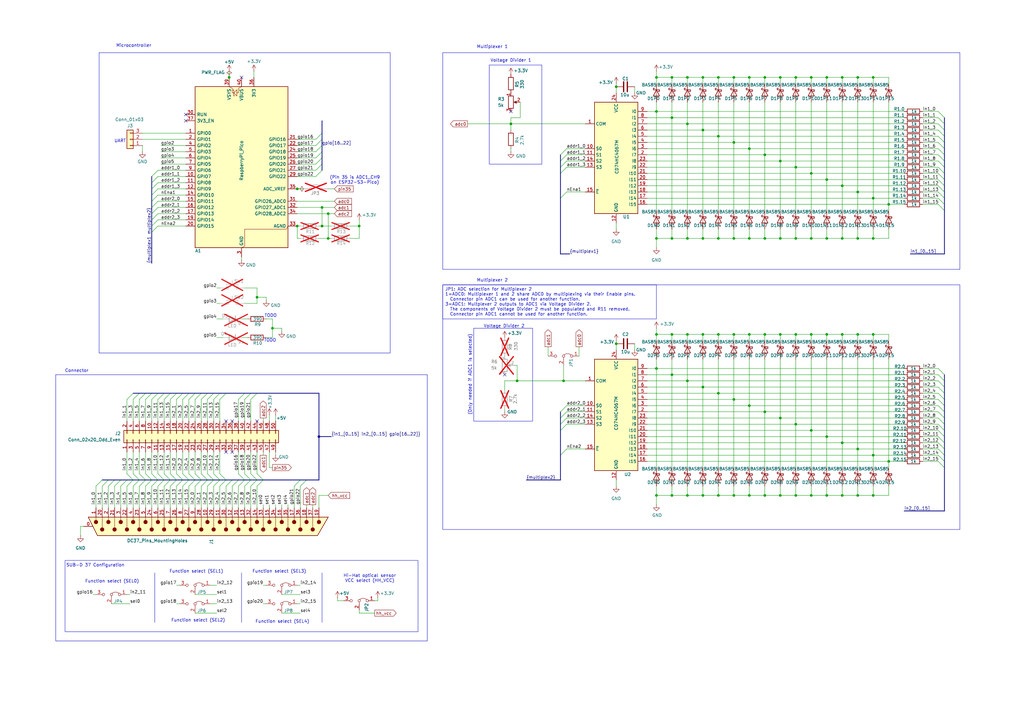
<source format=kicad_sch>
(kicad_sch (version 20250114) (generator "eeschema") (generator_version "9.0")
  (paper "A3")
  (title_block (title "EavesDrum") (date "2025-06-19") (rev "${VERSION}") (company "${AUTHOR}"))
  (bus_alias "multiplex1" (members "addr1_[0..3]" "nEna1"))
  (bus_alias "multiplex2" (members "addr2_[0..3]" "nEna2"))
  (rectangle (start 200.66 26.67) (end 222.25 67.31))
  (rectangle (start 181.61 116.84) (end 393.7 217.17))
  (rectangle (start 181.61 21.59) (end 393.7 110.49))
  (rectangle (start 63.5 234.95) (end 63.5 255.27))
  (rectangle (start 194.31 134.62) (end 218.44 172.72))
  (rectangle (start 132.08 234.95) (end 132.08 255.27))
  (rectangle (start 26.67 229.87) (end 171.45 259.08))
  (rectangle (start 99.06 234.95) (end 99.06 255.27))
  (rectangle (start 40.64 21.59) (end 160.02 144.78))
  (rectangle (start 22.86 153.67) (end 175.26 262.89))
  (text "Microcontroller" (at 54.864 18.796 0) (effects (font (size 1.27 1.27))))
  (text "Multiplexer 2" (at 201.93 115.062 0) (effects (font (size 1.27 1.27))))
  (text "Function select (SEL3)" (at 114.554 234.442 0) (effects (font (size 1.27 1.27))))
  (text "Connector" (at 31.496 152.146 0) (effects (font (size 1.27 1.27))))
  (text "Function select (SEL0)" (at 45.974 238.506 0) (effects (font (size 1.27 1.27))))
  (text "UART" (at 49.276 57.912 0) (effects (font (size 1.27 1.27))))
  (text "Function select (SEL2)" (at 81.28 254.508 0) (effects (font (size 1.27 1.27))))
  (text "SUB-D 37 Configuration" (at 39.116 231.902 0) (effects (font (size 1.27 1.27))))
  (text "(Pin 35 is ADC1_CH9\non ESP32-S3-Pico)" (at 145.542 73.914 0) (effects (font (size 1.27 1.27))))
  (text "TODO" (at 110.998 129.54 0) (effects (font (size 1.27 1.27))))
  (text "Multiplexer 1" (at 201.93 19.304 0) (effects (font (size 1.27 1.27))))
  (text "Voltage Divider 2" (at 206.756 133.858 0) (effects (font (size 1.27 1.27))))
  (text "Function select (SEL4)" (at 115.824 255.016 0) (effects (font (size 1.27 1.27))))
  (text "Voltage Divider 1" (at 209.55 24.892 0) (effects (font (size 1.27 1.27))))
  (text "(Only needed if ADC1 is selected)" (at 192.786 153.67 90) (effects (font (size 1.27 1.27))))
  (text "Function select (SEL1)" (at 80.518 234.442 0) (effects (font (size 1.27 1.27))))
  (text "TODO" (at 110.744 139.7 0) (effects (font (size 1.27 1.27))))
  (text "Hi-Hat optical sensor\nVCC select (HH_VCC)" (at 151.638 237.236 0) (effects (font (size 1.27 1.27))))
  (text_box "JP1: ADC selection for Multiplexer 2\n1=ADC0: Multiplexer 1 and 2 share ADC0 by multiplexing via their Enable pins.\n  Connector pin ADC1 can be used for another function.\n3=ADC1: Multplexer 2 outputs to ADC1 via Voltage Divider 2.\n  The components of Voltage Divider 2 must be populated and R11 removed.\n  Connector pin ADC1 cannot be used for another function." (at 181.61 116.84 0) (size 87.63 13.97) (margins 0.9525 0.9525 0.9525 0.9525) (effects (font (size 1.27 1.27)) (justify left top)))
  (junction (at 288.29 31.75))
  (junction (at 269.24 203.2))
  (junction (at 269.24 137.16))
  (junction (at 332.74 203.2))
  (junction (at 332.74 31.75))
  (junction (at 320.04 31.75))
  (junction (at 294.64 55.88))
  (junction (at 132.08 85.09))
  (junction (at 307.34 60.96))
  (junction (at 300.99 58.42))
  (junction (at 339.09 179.07))
  (junction (at 275.59 31.75))
  (junction (at 300.99 203.2))
  (junction (at 307.34 203.2))
  (junction (at 134.62 87.63))
  (junction (at 300.99 163.83))
  (junction (at 358.14 97.79))
  (junction (at 351.79 137.16))
  (junction (at 332.74 71.12))
  (junction (at 307.34 137.16))
  (junction (at 300.99 137.16))
  (junction (at 320.04 97.79))
  (junction (at 294.64 31.75))
  (junction (at 147.32 92.71))
  (junction (at 300.99 31.75))
  (junction (at 269.24 31.75))
  (junction (at 351.79 203.2))
  (junction (at 275.59 48.26))
  (junction (at 281.94 137.16))
  (junction (at 313.69 97.79))
  (junction (at 294.64 203.2))
  (junction (at 345.44 181.61))
  (junction (at 358.14 81.28))
  (junction (at 132.08 92.71))
  (junction (at 345.44 97.79))
  (junction (at 269.24 97.79))
  (junction (at 134.62 97.79))
  (junction (at 313.69 137.16))
  (junction (at 307.34 166.37))
  (junction (at 275.59 97.79))
  (junction (at 326.39 203.2))
  (junction (at 121.92 92.71))
  (junction (at 339.09 203.2))
  (junction (at 358.14 31.75))
  (junction (at 281.94 203.2))
  (junction (at 307.34 31.75))
  (junction (at 358.14 186.69))
  (junction (at 111.76 134.62))
  (junction (at 339.09 137.16))
  (junction (at 345.44 203.2))
  (junction (at 307.34 97.79))
  (junction (at 332.74 97.79))
  (junction (at 281.94 31.75))
  (junction (at 313.69 203.2))
  (junction (at 339.09 97.79))
  (junction (at 364.49 83.82))
  (junction (at 275.59 153.67))
  (junction (at 275.59 203.2))
  (junction (at 300.99 97.79))
  (junction (at 294.64 161.29))
  (junction (at 288.29 53.34))
  (junction (at 320.04 137.16))
  (junction (at 326.39 173.99))
  (junction (at 326.39 137.16))
  (junction (at 351.79 184.15))
  (junction (at 281.94 50.8))
  (junction (at 313.69 63.5))
  (junction (at 269.24 151.13))
  (junction (at 351.79 97.79))
  (junction (at 364.49 189.23))
  (junction (at 320.04 66.04))
  (junction (at 351.79 78.74))
  (junction (at 275.59 137.16))
  (junction (at 326.39 97.79))
  (junction (at 345.44 31.75))
  (junction (at 345.44 137.16))
  (junction (at 288.29 137.16))
  (junction (at 358.14 137.16))
  (junction (at 105.41 121.92))
  (junction (at 121.92 77.47))
  (junction (at 288.29 158.75))
  (junction (at 313.69 168.91))
  (junction (at 313.69 31.75))
  (junction (at 339.09 73.66))
  (junction (at 339.09 31.75))
  (junction (at 212.09 156.21))
  (junction (at 326.39 68.58))
  (junction (at 281.94 97.79))
  (junction (at 288.29 97.79))
  (junction (at 332.74 137.16))
  (junction (at 320.04 203.2))
  (junction (at 252.73 35.56))
  (junction (at 281.94 156.21))
  (junction (at 288.29 203.2))
  (junction (at 93.98 31.75))
  (junction (at 294.64 137.16))
  (junction (at 332.74 176.53))
  (junction (at 351.79 31.75))
  (junction (at 269.24 45.72))
  (junction (at 320.04 171.45))
  (junction (at 252.73 140.97))
  (junction (at 209.55 50.8))
  (junction (at 294.64 97.79))
  (junction (at 231.14 156.21))
  (junction (at 130.81 179.07))
  (junction (at 358.14 203.2))
  (junction (at 345.44 76.2))
  (junction (at 326.39 31.75))
  (no_connect (at 95.25 185.42))
  (no_connect (at 105.41 172.72))
  (no_connect (at 99.06 31.75))
  (no_connect (at 76.2 46.99))
  (no_connect (at 92.71 172.72))
  (no_connect (at 92.71 185.42))
  (no_connect (at 209.55 45.72))
  (no_connect (at 207.01 153.67))
  (no_connect (at 95.25 172.72))
  (no_connect (at 76.2 49.53))
  (bus_entry (at 229.87 168.91) (size 2.54 -2.54))
  (bus_entry (at 387.35 161.29) (size -2.54 -2.54))
  (bus_entry (at 387.35 63.5) (size -2.54 -2.54))
  (bus_entry (at 74.93 196.85) (size -2.54 2.54))
  (bus_entry (at 387.35 168.91) (size -2.54 -2.54))
  (bus_entry (at 387.35 171.45) (size -2.54 -2.54))
  (bus_entry (at 387.35 58.42) (size -2.54 -2.54))
  (bus_entry (at 102.87 161.29) (size -2.54 2.54))
  (bus_entry (at 387.35 179.07) (size -2.54 -2.54))
  (bus_entry (at 387.35 163.83) (size -2.54 -2.54))
  (bus_entry (at 85.09 161.29) (size -2.54 2.54))
  (bus_entry (at 229.87 68.58) (size 2.54 -2.54))
  (bus_entry (at 387.35 60.96) (size -2.54 -2.54))
  (bus_entry (at 387.35 53.34) (size -2.54 -2.54))
  (bus_entry (at 85.09 196.85) (size -2.54 2.54))
  (bus_entry (at 387.35 181.61) (size -2.54 -2.54))
  (bus_entry (at 62.23 196.85) (size -2.54 2.54))
  (bus_entry (at 387.35 55.88) (size -2.54 -2.54))
  (bus_entry (at 387.35 191.77) (size -2.54 -2.54))
  (bus_entry (at 229.87 186.69) (size 2.54 -2.54))
  (bus_entry (at 387.35 68.58) (size -2.54 -2.54))
  (bus_entry (at 229.87 63.5) (size 2.54 -2.54))
  (bus_entry (at 229.87 171.45) (size 2.54 -2.54))
  (bus_entry (at 46.99 196.85) (size -2.54 2.54))
  (bus_entry (at 69.85 196.85) (size -2.54 -2.54))
  (bus_entry (at 125.73 196.85) (size -2.54 2.54))
  (bus_entry (at 132.08 64.77) (size -2.54 2.54))
  (bus_entry (at 64.77 74.93) (size -2.54 2.54))
  (bus_entry (at 64.77 87.63) (size -2.54 2.54))
  (bus_entry (at 62.23 196.85) (size -2.54 -2.54))
  (bus_entry (at 54.61 196.85) (size -2.54 -2.54))
  (bus_entry (at 387.35 86.36) (size -2.54 -2.54))
  (bus_entry (at 387.35 166.37) (size -2.54 -2.54))
  (bus_entry (at 49.53 196.85) (size -2.54 2.54))
  (bus_entry (at 62.23 92.71) (size 2.54 -2.54))
  (bus_entry (at 41.91 196.85) (size -2.54 2.54))
  (bus_entry (at 44.45 196.85) (size -2.54 2.54))
  (bus_entry (at 132.08 62.23) (size -2.54 2.54))
  (bus_entry (at 105.41 161.29) (size -2.54 2.54))
  (bus_entry (at 229.87 176.53) (size 2.54 -2.54))
  (bus_entry (at 62.23 80.01) (size 2.54 -2.54))
  (bus_entry (at 132.08 54.61) (size -2.54 2.54))
  (bus_entry (at 105.41 196.85) (size -2.54 2.54))
  (bus_entry (at 387.35 184.15) (size -2.54 -2.54))
  (bus_entry (at 62.23 82.55) (size 2.54 -2.54))
  (bus_entry (at 87.63 196.85) (size -2.54 2.54))
  (bus_entry (at 387.35 81.28) (size -2.54 -2.54))
  (bus_entry (at 92.71 196.85) (size -2.54 2.54))
  (bus_entry (at 77.47 161.29) (size -2.54 2.54))
  (bus_entry (at 54.61 161.29) (size -2.54 2.54))
  (bus_entry (at 62.23 72.39) (size 2.54 -2.54))
  (bus_entry (at 387.35 176.53) (size -2.54 -2.54))
  (bus_entry (at 90.17 196.85) (size -2.54 2.54))
  (bus_entry (at 59.69 196.85) (size -2.54 2.54))
  (bus_entry (at 72.39 161.29) (size -2.54 2.54))
  (bus_entry (at 229.87 66.04) (size 2.54 -2.54))
  (bus_entry (at 67.31 196.85) (size -2.54 -2.54))
  (bus_entry (at 62.23 87.63) (size 2.54 -2.54))
  (bus_entry (at 62.23 85.09) (size 2.54 -2.54))
  (bus_entry (at 92.71 161.29) (size -2.54 2.54))
  (bus_entry (at 102.87 196.85) (size -2.54 2.54))
  (bus_entry (at 59.69 161.29) (size -2.54 2.54))
  (bus_entry (at 69.85 161.29) (size -2.54 2.54))
  (bus_entry (at 387.35 66.04) (size -2.54 -2.54))
  (bus_entry (at 387.35 78.74) (size -2.54 -2.54))
  (bus_entry (at 54.61 196.85) (size -2.54 2.54))
  (bus_entry (at 69.85 196.85) (size -2.54 2.54))
  (bus_entry (at 72.39 196.85) (size -2.54 2.54))
  (bus_entry (at 132.08 69.85) (size -2.54 2.54))
  (bus_entry (at 59.69 196.85) (size -2.54 -2.54))
  (bus_entry (at 107.95 196.85) (size -2.54 2.54))
  (bus_entry (at 90.17 196.85) (size -2.54 -2.54))
  (bus_entry (at 64.77 196.85) (size -2.54 2.54))
  (bus_entry (at 107.95 196.85) (size -2.54 -2.54))
  (bus_entry (at 132.08 67.31) (size -2.54 2.54))
  (bus_entry (at 95.25 196.85) (size -2.54 2.54))
  (bus_entry (at 387.35 71.12) (size -2.54 -2.54))
  (bus_entry (at 90.17 161.29) (size -2.54 2.54))
  (bus_entry (at 387.35 189.23) (size -2.54 -2.54))
  (bus_entry (at 62.23 74.93) (size 2.54 -2.54))
  (bus_entry (at 97.79 196.85) (size -2.54 2.54))
  (bus_entry (at 57.15 161.29) (size -2.54 2.54))
  (bus_entry (at 102.87 196.85) (size -2.54 -2.54))
  (bus_entry (at 82.55 161.29) (size -2.54 2.54))
  (bus_entry (at 387.35 153.67) (size -2.54 -2.54))
  (bus_entry (at 62.23 161.29) (size -2.54 2.54))
  (bus_entry (at 387.35 83.82) (size -2.54 -2.54))
  (bus_entry (at 387.35 158.75) (size -2.54 -2.54))
  (bus_entry (at 387.35 50.8) (size -2.54 -2.54))
  (bus_entry (at 387.35 186.69) (size -2.54 -2.54))
  (bus_entry (at 57.15 196.85) (size -2.54 -2.54))
  (bus_entry (at 100.33 196.85) (size -2.54 -2.54))
  (bus_entry (at 229.87 71.12) (size 2.54 -2.54))
  (bus_entry (at 387.35 73.66) (size -2.54 -2.54))
  (bus_entry (at 132.08 57.15) (size -2.54 2.54))
  (bus_entry (at 62.23 95.25) (size 2.54 -2.54))
  (bus_entry (at 52.07 196.85) (size -2.54 2.54))
  (bus_entry (at 229.87 173.99) (size 2.54 -2.54))
  (bus_entry (at 100.33 161.29) (size -2.54 2.54))
  (bus_entry (at 123.19 196.85) (size -2.54 2.54))
  (bus_entry (at 77.47 196.85) (size -2.54 -2.54))
  (bus_entry (at 64.77 161.29) (size -2.54 2.54))
  (bus_entry (at 80.01 196.85) (size -2.54 -2.54))
  (bus_entry (at 72.39 196.85) (size -2.54 -2.54))
  (bus_entry (at 387.35 173.99) (size -2.54 -2.54))
  (bus_entry (at 387.35 48.26) (size -2.54 -2.54))
  (bus_entry (at 82.55 196.85) (size -2.54 -2.54))
  (bus_entry (at 85.09 196.85) (size -2.54 -2.54))
  (bus_entry (at 67.31 161.29) (size -2.54 2.54))
  (bus_entry (at 74.93 196.85) (size -2.54 -2.54))
  (bus_entry (at 100.33 196.85) (size -2.54 2.54))
  (bus_entry (at 82.55 196.85) (size -2.54 2.54))
  (bus_entry (at 77.47 196.85) (size -2.54 2.54))
  (bus_entry (at 105.41 196.85) (size -2.54 -2.54))
  (bus_entry (at 387.35 76.2) (size -2.54 -2.54))
  (bus_entry (at 57.15 196.85) (size -2.54 2.54))
  (bus_entry (at 87.63 161.29) (size -2.54 2.54))
  (bus_entry (at 67.31 196.85) (size -2.54 2.54))
  (bus_entry (at 87.63 196.85) (size -2.54 -2.54))
  (bus_entry (at 80.01 196.85) (size -2.54 2.54))
  (bus_entry (at 92.71 196.85) (size -2.54 -2.54))
  (bus_entry (at 74.93 161.29) (size -2.54 2.54))
  (bus_entry (at 80.01 161.29) (size -2.54 2.54))
  (bus_entry (at 64.77 196.85) (size -2.54 -2.54))
  (bus_entry (at 229.87 81.28) (size 2.54 -2.54))
  (bus_entry (at 132.08 59.69) (size -2.54 2.54))
  (bus_entry (at 387.35 156.21) (size -2.54 -2.54))
  (wire (pts (xy 339.09 31.75) (xy 345.44 31.75)))
  (wire (pts (xy 351.79 78.74) (xy 351.79 86.36)))
  (wire (pts (xy 86.36 240.03) (xy 88.9 240.03)))
  (wire (pts (xy 275.59 153.67) (xy 275.59 191.77)))
  (bus (pts (xy 130.81 161.29) (xy 130.81 179.07)))
  (wire (pts (xy 294.64 41.91) (xy 294.64 55.88)))
  (wire (pts (xy 326.39 137.16) (xy 332.74 137.16)))
  (wire (pts (xy 378.46 176.53) (xy 384.81 176.53)))
  (wire (pts (xy 275.59 137.16) (xy 281.94 137.16)))
  (wire (pts (xy 339.09 137.16) (xy 345.44 137.16)))
  (wire (pts (xy 207.01 167.64) (xy 207.01 168.91)))
  (wire (pts (xy 320.04 66.04) (xy 370.84 66.04)))
  (wire (pts (xy 351.79 137.16) (xy 351.79 139.7)))
  (bus (pts (xy 57.15 161.29) (xy 59.69 161.29)))
  (wire (pts (xy 80.01 163.83) (xy 80.01 172.72)))
  (wire (pts (xy 320.04 139.7) (xy 320.04 137.16)))
  (wire (pts (xy 147.32 92.71) (xy 147.32 97.79)))
  (wire (pts (xy 332.74 199.39) (xy 332.74 203.2)))
  (wire (pts (xy 275.59 147.32) (xy 275.59 153.67)))
  (wire (pts (xy 281.94 203.2) (xy 288.29 203.2)))
  (wire (pts (xy 300.99 58.42) (xy 300.99 86.36)))
  (wire (pts (xy 90.17 163.83) (xy 90.17 172.72)))
  (bus (pts (xy 62.23 90.17) (xy 62.23 92.71)))
  (wire (pts (xy 281.94 50.8) (xy 370.84 50.8)))
  (wire (pts (xy 281.94 137.16) (xy 288.29 137.16)))
  (wire (pts (xy 326.39 41.91) (xy 326.39 68.58)))
  (bus (pts (xy 229.87 68.58) (xy 229.87 66.04)))
  (wire (pts (xy 74.93 185.42) (xy 74.93 194.31)))
  (wire (pts (xy 113.03 207.01) (xy 113.03 208.28)))
  (wire (pts (xy 77.47 163.83) (xy 77.47 172.72)))
  (wire (pts (xy 326.39 31.75) (xy 326.39 34.29)))
  (bus (pts (xy 130.81 179.07) (xy 135.89 179.07)))
  (bus (pts (xy 387.35 86.36) (xy 387.35 104.14)))
  (wire (pts (xy 33.02 215.9) (xy 33.02 219.71)))
  (wire (pts (xy 107.95 247.65) (xy 109.22 247.65)))
  (wire (pts (xy 115.57 251.46) (xy 123.19 251.46)))
  (wire (pts (xy 265.43 81.28) (xy 358.14 81.28)))
  (wire (pts (xy 107.95 185.42) (xy 107.95 186.69)))
  (wire (pts (xy 313.69 147.32) (xy 313.69 168.91)))
  (wire (pts (xy 90.17 185.42) (xy 90.17 194.31)))
  (wire (pts (xy 64.77 92.71) (xy 76.2 92.71)))
  (wire (pts (xy 288.29 93.98) (xy 288.29 97.79)))
  (bus (pts (xy 132.08 57.15) (xy 132.08 59.69)))
  (wire (pts (xy 307.34 31.75) (xy 313.69 31.75)))
  (wire (pts (xy 364.49 189.23) (xy 364.49 191.77)))
  (wire (pts (xy 252.73 35.56) (xy 252.73 38.1)))
  (wire (pts (xy 275.59 153.67) (xy 370.84 153.67)))
  (wire (pts (xy 85.09 185.42) (xy 85.09 194.31)))
  (wire (pts (xy 275.59 31.75) (xy 275.59 34.29)))
  (wire (pts (xy 307.34 41.91) (xy 307.34 60.96)))
  (bus (pts (xy 62.23 196.85) (xy 59.69 196.85)))
  (wire (pts (xy 326.39 93.98) (xy 326.39 97.79)))
  (wire (pts (xy 294.64 55.88) (xy 294.64 86.36)))
  (wire (pts (xy 59.69 199.39) (xy 59.69 208.28)))
  (bus (pts (xy 387.35 156.21) (xy 387.35 153.67)))
  (bus (pts (xy 387.35 189.23) (xy 387.35 186.69)))
  (wire (pts (xy 332.74 71.12) (xy 332.74 86.36)))
  (wire (pts (xy 378.46 181.61) (xy 384.81 181.61)))
  (wire (pts (xy 378.46 161.29) (xy 384.81 161.29)))
  (wire (pts (xy 121.92 72.39) (xy 129.54 72.39)))
  (wire (pts (xy 232.41 68.58) (xy 240.03 68.58)))
  (bus (pts (xy 82.55 161.29) (xy 85.09 161.29)))
  (wire (pts (xy 209.55 48.26) (xy 209.55 50.8)))
  (wire (pts (xy 110.49 170.18) (xy 110.49 172.72)))
  (wire (pts (xy 58.42 62.23) (xy 58.42 59.69)))
  (wire (pts (xy 294.64 203.2) (xy 300.99 203.2)))
  (wire (pts (xy 64.77 163.83) (xy 64.77 172.72)))
  (wire (pts (xy 100.33 163.83) (xy 100.33 172.72)))
  (wire (pts (xy 64.77 77.47) (xy 76.2 77.47)))
  (wire (pts (xy 351.79 78.74) (xy 370.84 78.74)))
  (wire (pts (xy 378.46 184.15) (xy 384.81 184.15)))
  (wire (pts (xy 138.43 246.38) (xy 140.97 246.38)))
  (wire (pts (xy 320.04 41.91) (xy 320.04 66.04)))
  (wire (pts (xy 320.04 203.2) (xy 326.39 203.2)))
  (wire (pts (xy 378.46 168.91) (xy 384.81 168.91)))
  (wire (pts (xy 265.43 171.45) (xy 320.04 171.45)))
  (wire (pts (xy 265.43 45.72) (xy 269.24 45.72)))
  (bus (pts (xy 387.35 50.8) (xy 387.35 48.26)))
  (wire (pts (xy 265.43 76.2) (xy 345.44 76.2)))
  (wire (pts (xy 307.34 93.98) (xy 307.34 97.79)))
  (bus (pts (xy 229.87 81.28) (xy 229.87 104.14)))
  (bus (pts (xy 62.23 87.63) (xy 62.23 90.17)))
  (bus (pts (xy 387.35 86.36) (xy 387.35 83.82)))
  (bus (pts (xy 387.35 73.66) (xy 387.35 76.2)))
  (wire (pts (xy 97.79 185.42) (xy 97.79 194.31)))
  (wire (pts (xy 265.43 48.26) (xy 275.59 48.26)))
  (wire (pts (xy 66.04 64.77) (xy 76.2 64.77)))
  (wire (pts (xy 300.99 97.79) (xy 307.34 97.79)))
  (wire (pts (xy 232.41 184.15) (xy 240.03 184.15)))
  (wire (pts (xy 300.99 137.16) (xy 300.99 139.7)))
  (wire (pts (xy 269.24 151.13) (xy 370.84 151.13)))
  (wire (pts (xy 275.59 203.2) (xy 281.94 203.2)))
  (wire (pts (xy 66.04 59.69) (xy 76.2 59.69)))
  (wire (pts (xy 378.46 156.21) (xy 384.81 156.21)))
  (wire (pts (xy 313.69 93.98) (xy 313.69 97.79)))
  (wire (pts (xy 121.92 87.63) (xy 134.62 87.63)))
  (wire (pts (xy 269.24 199.39) (xy 269.24 203.2)))
  (wire (pts (xy 64.77 69.85) (xy 76.2 69.85)))
  (wire (pts (xy 275.59 31.75) (xy 281.94 31.75)))
  (wire (pts (xy 320.04 199.39) (xy 320.04 203.2)))
  (wire (pts (xy 99.06 138.43) (xy 101.6 138.43)))
  (wire (pts (xy 67.31 163.83) (xy 67.31 172.72)))
  (wire (pts (xy 370.84 83.82) (xy 364.49 83.82)))
  (wire (pts (xy 294.64 137.16) (xy 294.64 139.7)))
  (bus (pts (xy 69.85 161.29) (xy 72.39 161.29)))
  (wire (pts (xy 57.15 199.39) (xy 57.15 208.28)))
  (wire (pts (xy 269.24 45.72) (xy 269.24 86.36)))
  (wire (pts (xy 269.24 147.32) (xy 269.24 151.13)))
  (bus (pts (xy 132.08 59.69) (xy 132.08 62.23)))
  (wire (pts (xy 275.59 137.16) (xy 275.59 139.7)))
  (wire (pts (xy 80.01 185.42) (xy 80.01 194.31)))
  (wire (pts (xy 351.79 184.15) (xy 370.84 184.15)))
  (bus (pts (xy 102.87 161.29) (xy 105.41 161.29)))
  (wire (pts (xy 67.31 185.42) (xy 67.31 194.31)))
  (wire (pts (xy 232.41 171.45) (xy 240.03 171.45)))
  (wire (pts (xy 313.69 97.79) (xy 320.04 97.79)))
  (wire (pts (xy 378.46 60.96) (xy 384.81 60.96)))
  (wire (pts (xy 265.43 63.5) (xy 313.69 63.5)))
  (wire (pts (xy 364.49 199.39) (xy 364.49 203.2)))
  (wire (pts (xy 121.92 92.71) (xy 121.92 97.79)))
  (wire (pts (xy 72.39 199.39) (xy 72.39 208.28)))
  (wire (pts (xy 121.92 240.03) (xy 123.19 240.03)))
  (wire (pts (xy 339.09 147.32) (xy 339.09 179.07)))
  (wire (pts (xy 252.73 196.85) (xy 252.73 199.39)))
  (wire (pts (xy 64.77 199.39) (xy 64.77 208.28)))
  (wire (pts (xy 269.24 203.2) (xy 269.24 207.01)))
  (wire (pts (xy 300.99 163.83) (xy 300.99 191.77)))
  (wire (pts (xy 232.41 66.04) (xy 240.03 66.04)))
  (wire (pts (xy 147.32 251.46) (xy 147.32 250.19)))
  (wire (pts (xy 100.33 118.11) (xy 105.41 118.11)))
  (wire (pts (xy 351.79 97.79) (xy 358.14 97.79)))
  (wire (pts (xy 132.08 85.09) (xy 132.08 92.71)))
  (wire (pts (xy 378.46 173.99) (xy 384.81 173.99)))
  (wire (pts (xy 265.43 179.07) (xy 339.09 179.07)))
  (wire (pts (xy 294.64 31.75) (xy 294.64 34.29)))
  (wire (pts (xy 288.29 41.91) (xy 288.29 53.34)))
  (wire (pts (xy 269.24 31.75) (xy 275.59 31.75)))
  (wire (pts (xy 364.49 137.16) (xy 364.49 139.7)))
  (wire (pts (xy 351.79 31.75) (xy 358.14 31.75)))
  (bus (pts (xy 370.84 209.55) (xy 387.35 209.55)))
  (wire (pts (xy 378.46 48.26) (xy 384.81 48.26)))
  (wire (pts (xy 339.09 93.98) (xy 339.09 97.79)))
  (wire (pts (xy 231.14 156.21) (xy 240.03 156.21)))
  (wire (pts (xy 121.92 97.79) (xy 123.19 97.79)))
  (bus (pts (xy 49.53 196.85) (xy 52.07 196.85)))
  (bus (pts (xy 229.87 176.53) (xy 229.87 173.99)))
  (wire (pts (xy 130.81 203.2) (xy 130.81 208.28)))
  (wire (pts (xy 313.69 137.16) (xy 320.04 137.16)))
  (wire (pts (xy 326.39 137.16) (xy 326.39 139.7)))
  (wire (pts (xy 69.85 199.39) (xy 69.85 208.28)))
  (wire (pts (xy 121.92 247.65) (xy 123.19 247.65)))
  (wire (pts (xy 107.95 207.01) (xy 107.95 208.28)))
  (wire (pts (xy 115.57 243.84) (xy 123.19 243.84)))
  (wire (pts (xy 358.14 81.28) (xy 370.84 81.28)))
  (wire (pts (xy 269.24 203.2) (xy 275.59 203.2)))
  (wire (pts (xy 38.1 243.84) (xy 39.37 243.84)))
  (wire (pts (xy 74.93 199.39) (xy 74.93 208.28)))
  (wire (pts (xy 358.14 186.69) (xy 358.14 191.77)))
  (wire (pts (xy 339.09 137.16) (xy 339.09 139.7)))
  (wire (pts (xy 265.43 173.99) (xy 326.39 173.99)))
  (wire (pts (xy 345.44 76.2) (xy 370.84 76.2)))
  (wire (pts (xy 237.49 142.24) (xy 237.49 146.05)))
  (wire (pts (xy 281.94 137.16) (xy 281.94 139.7)))
  (wire (pts (xy 313.69 63.5) (xy 370.84 63.5)))
  (wire (pts (xy 265.43 158.75) (xy 288.29 158.75)))
  (wire (pts (xy 99.06 105.41) (xy 99.06 106.68)))
  (wire (pts (xy 109.22 121.92) (xy 109.22 123.19)))
  (bus (pts (xy 387.35 158.75) (xy 387.35 156.21)))
  (wire (pts (xy 134.62 87.63) (xy 137.16 87.63)))
  (wire (pts (xy 265.43 53.34) (xy 288.29 53.34)))
  (bus (pts (xy 92.71 196.85) (xy 95.25 196.85)))
  (wire (pts (xy 364.49 83.82) (xy 364.49 86.36)))
  (wire (pts (xy 300.99 93.98) (xy 300.99 97.79)))
  (wire (pts (xy 378.46 53.34) (xy 384.81 53.34)))
  (wire (pts (xy 124.46 77.47) (xy 121.92 77.47)))
  (wire (pts (xy 281.94 156.21) (xy 281.94 191.77)))
  (wire (pts (xy 300.99 31.75) (xy 307.34 31.75)))
  (wire (pts (xy 72.39 163.83) (xy 72.39 172.72)))
  (bus (pts (xy 387.35 189.23) (xy 387.35 191.77)))
  (wire (pts (xy 326.39 173.99) (xy 370.84 173.99)))
  (wire (pts (xy 307.34 60.96) (xy 307.34 86.36)))
  (wire (pts (xy 339.09 203.2) (xy 345.44 203.2)))
  (wire (pts (xy 138.43 245.11) (xy 138.43 246.38)))
  (wire (pts (xy 332.74 93.98) (xy 332.74 97.79)))
  (wire (pts (xy 358.14 186.69) (xy 370.84 186.69)))
  (wire (pts (xy 288.29 158.75) (xy 370.84 158.75)))
  (bus (pts (xy 69.85 196.85) (xy 67.31 196.85)))
  (wire (pts (xy 213.36 48.26) (xy 209.55 48.26)))
  (wire (pts (xy 100.33 124.46) (xy 105.41 124.46)))
  (bus (pts (xy 387.35 55.88) (xy 387.35 53.34)))
  (bus (pts (xy 80.01 196.85) (xy 82.55 196.85)))
  (bus (pts (xy 387.35 186.69) (xy 387.35 184.15)))
  (wire (pts (xy 232.41 166.37) (xy 240.03 166.37)))
  (wire (pts (xy 294.64 147.32) (xy 294.64 161.29)))
  (wire (pts (xy 100.33 199.39) (xy 100.33 208.28)))
  (wire (pts (xy 134.62 97.79) (xy 134.62 87.63)))
  (wire (pts (xy 105.41 185.42) (xy 105.41 194.31)))
  (wire (pts (xy 351.79 199.39) (xy 351.79 203.2)))
  (wire (pts (xy 52.07 185.42) (xy 52.07 194.31)))
  (wire (pts (xy 332.74 31.75) (xy 332.74 34.29)))
  (bus (pts (xy 387.35 58.42) (xy 387.35 60.96)))
  (wire (pts (xy 46.99 199.39) (xy 46.99 208.28)))
  (wire (pts (xy 378.46 166.37) (xy 384.81 166.37)))
  (bus (pts (xy 387.35 163.83) (xy 387.35 161.29)))
  (wire (pts (xy 121.92 92.71) (xy 123.19 92.71)))
  (wire (pts (xy 62.23 185.42) (xy 62.23 194.31)))
  (bus (pts (xy 215.9 196.85) (xy 229.87 196.85)))
  (wire (pts (xy 378.46 163.83) (xy 384.81 163.83)))
  (wire (pts (xy 52.07 163.83) (xy 52.07 172.72)))
  (bus (pts (xy 64.77 161.29) (xy 67.31 161.29)))
  (wire (pts (xy 307.34 137.16) (xy 313.69 137.16)))
  (wire (pts (xy 102.87 185.42) (xy 102.87 194.31)))
  (bus (pts (xy 74.93 196.85) (xy 72.39 196.85)))
  (wire (pts (xy 332.74 137.16) (xy 332.74 139.7)))
  (bus (pts (xy 132.08 64.77) (xy 132.08 67.31)))
  (bus (pts (xy 46.99 196.85) (xy 49.53 196.85)))
  (bus (pts (xy 95.25 196.85) (xy 97.79 196.85)))
  (wire (pts (xy 370.84 53.34) (xy 288.29 53.34)))
  (bus (pts (xy 62.23 72.39) (xy 62.23 74.93)))
  (wire (pts (xy 121.92 69.85) (xy 129.54 69.85)))
  (wire (pts (xy 281.94 97.79) (xy 288.29 97.79)))
  (wire (pts (xy 275.59 93.98) (xy 275.59 97.79)))
  (wire (pts (xy 265.43 153.67) (xy 275.59 153.67)))
  (wire (pts (xy 49.53 199.39) (xy 49.53 208.28)))
  (wire (pts (xy 265.43 66.04) (xy 320.04 66.04)))
  (wire (pts (xy 113.03 170.18) (xy 113.03 172.72)))
  (bus (pts (xy 87.63 161.29) (xy 90.17 161.29)))
  (bus (pts (xy 123.19 196.85) (xy 125.73 196.85)))
  (wire (pts (xy 378.46 151.13) (xy 384.81 151.13)))
  (wire (pts (xy 326.39 68.58) (xy 326.39 86.36)))
  (bus (pts (xy 62.23 74.93) (xy 62.23 77.47)))
  (wire (pts (xy 85.09 163.83) (xy 85.09 172.72)))
  (wire (pts (xy 281.94 41.91) (xy 281.94 50.8)))
  (bus (pts (xy 229.87 176.53) (xy 229.87 186.69)))
  (wire (pts (xy 288.29 137.16) (xy 288.29 139.7)))
  (wire (pts (xy 265.43 73.66) (xy 339.09 73.66)))
  (wire (pts (xy 332.74 41.91) (xy 332.74 71.12)))
  (wire (pts (xy 121.92 62.23) (xy 129.54 62.23)))
  (bus (pts (xy 229.87 71.12) (xy 229.87 81.28)))
  (wire (pts (xy 294.64 161.29) (xy 370.84 161.29)))
  (wire (pts (xy 364.49 93.98) (xy 364.49 97.79)))
  (bus (pts (xy 105.41 196.85) (xy 107.95 196.85)))
  (wire (pts (xy 269.24 97.79) (xy 269.24 101.6)))
  (wire (pts (xy 88.9 118.11) (xy 90.17 118.11)))
  (wire (pts (xy 288.29 97.79) (xy 294.64 97.79)))
  (wire (pts (xy 364.49 41.91) (xy 364.49 83.82)))
  (wire (pts (xy 300.99 147.32) (xy 300.99 163.83)))
  (wire (pts (xy 265.43 83.82) (xy 364.49 83.82)))
  (wire (pts (xy 92.71 199.39) (xy 92.71 208.28)))
  (bus (pts (xy 132.08 67.31) (xy 132.08 69.85)))
  (bus (pts (xy 387.35 83.82) (xy 387.35 81.28)))
  (wire (pts (xy 143.51 92.71) (xy 147.32 92.71)))
  (wire (pts (xy 44.45 199.39) (xy 44.45 208.28)))
  (wire (pts (xy 88.9 130.81) (xy 91.44 130.81)))
  (wire (pts (xy 265.43 163.83) (xy 300.99 163.83)))
  (wire (pts (xy 288.29 53.34) (xy 288.29 86.36)))
  (wire (pts (xy 52.07 243.84) (xy 53.34 243.84)))
  (wire (pts (xy 252.73 34.29) (xy 252.73 35.56)))
  (wire (pts (xy 57.15 163.83) (xy 57.15 172.72)))
  (wire (pts (xy 351.79 41.91) (xy 351.79 78.74)))
  (wire (pts (xy 345.44 137.16) (xy 351.79 137.16)))
  (wire (pts (xy 130.81 97.79) (xy 134.62 97.79)))
  (wire (pts (xy 111.76 134.62) (xy 111.76 138.43)))
  (bus (pts (xy 229.87 186.69) (xy 229.87 196.85)))
  (wire (pts (xy 351.79 137.16) (xy 358.14 137.16)))
  (wire (pts (xy 143.51 97.79) (xy 147.32 97.79)))
  (wire (pts (xy 41.91 199.39) (xy 41.91 208.28)))
  (bus (pts (xy 77.47 196.85) (xy 74.93 196.85)))
  (wire (pts (xy 364.49 189.23) (xy 370.84 189.23)))
  (wire (pts (xy 345.44 181.61) (xy 345.44 191.77)))
  (wire (pts (xy 115.57 134.62) (xy 115.57 135.89)))
  (wire (pts (xy 232.41 173.99) (xy 240.03 173.99)))
  (bus (pts (xy 62.23 161.29) (xy 64.77 161.29)))
  (wire (pts (xy 294.64 161.29) (xy 294.64 191.77)))
  (wire (pts (xy 132.08 85.09) (xy 137.16 85.09)))
  (wire (pts (xy 313.69 31.75) (xy 313.69 34.29)))
  (bus (pts (xy 373.38 104.14) (xy 387.35 104.14)))
  (wire (pts (xy 313.69 41.91) (xy 313.69 63.5)))
  (wire (pts (xy 313.69 63.5) (xy 313.69 86.36)))
  (wire (pts (xy 358.14 93.98) (xy 358.14 97.79)))
  (wire (pts (xy 320.04 97.79) (xy 326.39 97.79)))
  (wire (pts (xy 345.44 93.98) (xy 345.44 97.79)))
  (wire (pts (xy 95.25 199.39) (xy 95.25 208.28)))
  (wire (pts (xy 378.46 68.58) (xy 384.81 68.58)))
  (bus (pts (xy 92.71 161.29) (xy 100.33 161.29)))
  (bus (pts (xy 57.15 196.85) (xy 54.61 196.85)))
  (bus (pts (xy 387.35 184.15) (xy 387.35 181.61)))
  (wire (pts (xy 265.43 60.96) (xy 307.34 60.96)))
  (wire (pts (xy 320.04 171.45) (xy 370.84 171.45)))
  (wire (pts (xy 97.79 199.39) (xy 97.79 208.28)))
  (wire (pts (xy 210.82 149.86) (xy 212.09 149.86)))
  (wire (pts (xy 326.39 68.58) (xy 370.84 68.58)))
  (wire (pts (xy 313.69 137.16) (xy 313.69 139.7)))
  (wire (pts (xy 345.44 31.75) (xy 345.44 34.29)))
  (wire (pts (xy 265.43 189.23) (xy 364.49 189.23)))
  (wire (pts (xy 64.77 87.63) (xy 76.2 87.63)))
  (bus (pts (xy 62.23 80.01) (xy 62.23 82.55)))
  (wire (pts (xy 209.55 60.96) (xy 209.55 62.23)))
  (wire (pts (xy 358.14 31.75) (xy 358.14 34.29)))
  (wire (pts (xy 378.46 81.28) (xy 384.81 81.28)))
  (wire (pts (xy 213.36 41.91) (xy 213.36 48.26)))
  (wire (pts (xy 281.94 31.75) (xy 281.94 34.29)))
  (wire (pts (xy 265.43 168.91) (xy 313.69 168.91)))
  (bus (pts (xy 72.39 161.29) (xy 74.93 161.29)))
  (wire (pts (xy 115.57 207.01) (xy 115.57 208.28)))
  (wire (pts (xy 191.77 50.8) (xy 209.55 50.8)))
  (wire (pts (xy 345.44 137.16) (xy 345.44 139.7)))
  (bus (pts (xy 41.91 196.85) (xy 44.45 196.85)))
  (wire (pts (xy 66.04 67.31) (xy 76.2 67.31)))
  (bus (pts (xy 130.81 179.07) (xy 130.81 196.85)))
  (wire (pts (xy 129.54 67.31) (xy 121.92 67.31)))
  (wire (pts (xy 105.41 121.92) (xy 109.22 121.92)))
  (wire (pts (xy 358.14 203.2) (xy 364.49 203.2)))
  (wire (pts (xy 207.01 156.21) (xy 212.09 156.21)))
  (wire (pts (xy 345.44 203.2) (xy 351.79 203.2)))
  (wire (pts (xy 64.77 185.42) (xy 64.77 194.31)))
  (bus (pts (xy 387.35 60.96) (xy 387.35 63.5)))
  (bus (pts (xy 52.07 196.85) (xy 54.61 196.85)))
  (wire (pts (xy 260.35 140.97) (xy 260.35 143.51)))
  (bus (pts (xy 107.95 196.85) (xy 123.19 196.85)))
  (wire (pts (xy 72.39 247.65) (xy 73.66 247.65)))
  (wire (pts (xy 288.29 147.32) (xy 288.29 158.75)))
  (bus (pts (xy 229.87 63.5) (xy 229.87 66.04)))
  (wire (pts (xy 130.81 92.71) (xy 132.08 92.71)))
  (wire (pts (xy 269.24 137.16) (xy 275.59 137.16)))
  (wire (pts (xy 269.24 134.62) (xy 269.24 137.16)))
  (wire (pts (xy 320.04 31.75) (xy 326.39 31.75)))
  (wire (pts (xy 339.09 31.75) (xy 339.09 34.29)))
  (wire (pts (xy 326.39 203.2) (xy 332.74 203.2)))
  (wire (pts (xy 64.77 74.93) (xy 76.2 74.93)))
  (wire (pts (xy 265.43 50.8) (xy 281.94 50.8)))
  (wire (pts (xy 39.37 199.39) (xy 39.37 208.28)))
  (wire (pts (xy 307.34 60.96) (xy 370.84 60.96)))
  (wire (pts (xy 339.09 73.66) (xy 370.84 73.66)))
  (wire (pts (xy 269.24 41.91) (xy 269.24 45.72)))
  (wire (pts (xy 281.94 93.98) (xy 281.94 97.79)))
  (wire (pts (xy 332.74 137.16) (xy 339.09 137.16)))
  (wire (pts (xy 265.43 176.53) (xy 332.74 176.53)))
  (wire (pts (xy 232.41 63.5) (xy 240.03 63.5)))
  (wire (pts (xy 123.19 199.39) (xy 123.19 208.28)))
  (wire (pts (xy 207.01 156.21) (xy 207.01 160.02)))
  (bus (pts (xy 80.01 161.29) (xy 82.55 161.29)))
  (wire (pts (xy 358.14 97.79) (xy 364.49 97.79)))
  (wire (pts (xy 93.98 29.21) (xy 93.98 31.75)))
  (wire (pts (xy 147.32 90.17) (xy 147.32 92.71)))
  (wire (pts (xy 326.39 97.79) (xy 332.74 97.79)))
  (wire (pts (xy 121.92 59.69) (xy 129.54 59.69)))
  (wire (pts (xy 212.09 149.86) (xy 212.09 156.21)))
  (wire (pts (xy 294.64 97.79) (xy 300.99 97.79)))
  (wire (pts (xy 364.49 147.32) (xy 364.49 189.23)))
  (wire (pts (xy 345.44 147.32) (xy 345.44 181.61)))
  (wire (pts (xy 332.74 97.79) (xy 339.09 97.79)))
  (wire (pts (xy 90.17 199.39) (xy 90.17 208.28)))
  (wire (pts (xy 265.43 68.58) (xy 326.39 68.58)))
  (bus (pts (xy 387.35 58.42) (xy 387.35 55.88)))
  (wire (pts (xy 269.24 45.72) (xy 370.84 45.72)))
  (wire (pts (xy 86.36 247.65) (xy 88.9 247.65)))
  (wire (pts (xy 115.57 134.62) (xy 111.76 134.62)))
  (bus (pts (xy 387.35 179.07) (xy 387.35 176.53)))
  (wire (pts (xy 345.44 41.91) (xy 345.44 76.2)))
  (wire (pts (xy 307.34 166.37) (xy 370.84 166.37)))
  (wire (pts (xy 111.76 130.81) (xy 111.76 134.62)))
  (wire (pts (xy 339.09 179.07) (xy 370.84 179.07)))
  (wire (pts (xy 105.41 121.92) (xy 105.41 124.46)))
  (bus (pts (xy 387.35 78.74) (xy 387.35 76.2)))
  (wire (pts (xy 294.64 55.88) (xy 370.84 55.88)))
  (wire (pts (xy 99.06 130.81) (xy 101.6 130.81)))
  (wire (pts (xy 87.63 199.39) (xy 87.63 208.28)))
  (wire (pts (xy 281.94 50.8) (xy 281.94 86.36)))
  (wire (pts (xy 351.79 147.32) (xy 351.79 184.15)))
  (bus (pts (xy 62.23 85.09) (xy 62.23 87.63)))
  (wire (pts (xy 358.14 199.39) (xy 358.14 203.2)))
  (wire (pts (xy 87.63 185.42) (xy 87.63 194.31)))
  (wire (pts (xy 378.46 58.42) (xy 384.81 58.42)))
  (wire (pts (xy 332.74 203.2) (xy 339.09 203.2)))
  (wire (pts (xy 281.94 31.75) (xy 288.29 31.75)))
  (wire (pts (xy 281.94 156.21) (xy 370.84 156.21)))
  (wire (pts (xy 300.99 41.91) (xy 300.99 58.42)))
  (wire (pts (xy 345.44 181.61) (xy 370.84 181.61)))
  (wire (pts (xy 378.46 179.07) (xy 384.81 179.07)))
  (wire (pts (xy 358.14 81.28) (xy 358.14 86.36)))
  (wire (pts (xy 339.09 73.66) (xy 339.09 86.36)))
  (bus (pts (xy 387.35 171.45) (xy 387.35 173.99)))
  (wire (pts (xy 358.14 41.91) (xy 358.14 81.28)))
  (wire (pts (xy 351.79 184.15) (xy 351.79 191.77)))
  (wire (pts (xy 128.27 207.01) (xy 128.27 208.28)))
  (bus (pts (xy 387.35 66.04) (xy 387.35 68.58)))
  (wire (pts (xy 275.59 41.91) (xy 275.59 48.26)))
  (wire (pts (xy 345.44 199.39) (xy 345.44 203.2)))
  (wire (pts (xy 77.47 185.42) (xy 77.47 194.31)))
  (bus (pts (xy 59.69 161.29) (xy 62.23 161.29)))
  (wire (pts (xy 134.62 77.47) (xy 137.16 77.47)))
  (wire (pts (xy 88.9 124.46) (xy 90.17 124.46)))
  (wire (pts (xy 378.46 45.72) (xy 384.81 45.72)))
  (wire (pts (xy 281.94 199.39) (xy 281.94 203.2)))
  (bus (pts (xy 105.41 161.29) (xy 130.81 161.29)))
  (wire (pts (xy 260.35 35.56) (xy 260.35 38.1)))
  (wire (pts (xy 107.95 240.03) (xy 109.22 240.03)))
  (wire (pts (xy 129.54 57.15) (xy 121.92 57.15)))
  (wire (pts (xy 378.46 171.45) (xy 384.81 171.45)))
  (bus (pts (xy 82.55 196.85) (xy 85.09 196.85)))
  (bus (pts (xy 59.69 196.85) (xy 57.15 196.85)))
  (wire (pts (xy 326.39 173.99) (xy 326.39 191.77)))
  (wire (pts (xy 64.77 80.01) (xy 76.2 80.01)))
  (wire (pts (xy 224.79 146.05) (xy 224.79 142.24)))
  (wire (pts (xy 307.34 166.37) (xy 307.34 191.77)))
  (bus (pts (xy 387.35 173.99) (xy 387.35 176.53)))
  (wire (pts (xy 132.08 92.71) (xy 135.89 92.71)))
  (wire (pts (xy 307.34 199.39) (xy 307.34 203.2)))
  (wire (pts (xy 320.04 137.16) (xy 326.39 137.16)))
  (bus (pts (xy 132.08 62.23) (xy 132.08 64.77)))
  (bus (pts (xy 229.87 168.91) (xy 229.87 171.45)))
  (wire (pts (xy 378.46 78.74) (xy 384.81 78.74)))
  (wire (pts (xy 54.61 185.42) (xy 54.61 194.31)))
  (wire (pts (xy 339.09 41.91) (xy 339.09 73.66)))
  (bus (pts (xy 97.79 196.85) (xy 100.33 196.85)))
  (wire (pts (xy 269.24 97.79) (xy 275.59 97.79)))
  (wire (pts (xy 252.73 139.7) (xy 252.73 140.97)))
  (bus (pts (xy 90.17 196.85) (xy 92.71 196.85)))
  (wire (pts (xy 80.01 199.39) (xy 80.01 208.28)))
  (wire (pts (xy 62.23 163.83) (xy 62.23 172.72)))
  (wire (pts (xy 265.43 58.42) (xy 300.99 58.42)))
  (wire (pts (xy 313.69 199.39) (xy 313.69 203.2)))
  (wire (pts (xy 252.73 140.97) (xy 252.73 143.51)))
  (wire (pts (xy 107.95 171.45) (xy 107.95 172.72)))
  (wire (pts (xy 265.43 166.37) (xy 307.34 166.37)))
  (wire (pts (xy 326.39 147.32) (xy 326.39 173.99)))
  (bus (pts (xy 90.17 161.29) (xy 92.71 161.29)))
  (wire (pts (xy 82.55 199.39) (xy 82.55 208.28)))
  (wire (pts (xy 231.14 149.86) (xy 231.14 156.21)))
  (wire (pts (xy 332.74 71.12) (xy 370.84 71.12)))
  (wire (pts (xy 265.43 151.13) (xy 269.24 151.13)))
  (bus (pts (xy 100.33 196.85) (xy 102.87 196.85)))
  (wire (pts (xy 85.09 199.39) (xy 85.09 208.28)))
  (wire (pts (xy 378.46 66.04) (xy 384.81 66.04)))
  (wire (pts (xy 232.41 60.96) (xy 240.03 60.96)))
  (wire (pts (xy 378.46 189.23) (xy 384.81 189.23)))
  (wire (pts (xy 104.14 29.21) (xy 104.14 31.75)))
  (wire (pts (xy 64.77 82.55) (xy 76.2 82.55)))
  (wire (pts (xy 378.46 50.8) (xy 384.81 50.8)))
  (bus (pts (xy 44.45 196.85) (xy 46.99 196.85)))
  (wire (pts (xy 77.47 199.39) (xy 77.47 208.28)))
  (wire (pts (xy 72.39 185.42) (xy 72.39 194.31)))
  (wire (pts (xy 351.79 31.75) (xy 351.79 34.29)))
  (wire (pts (xy 307.34 31.75) (xy 307.34 34.29)))
  (wire (pts (xy 212.09 156.21) (xy 231.14 156.21)))
  (wire (pts (xy 320.04 66.04) (xy 320.04 86.36)))
  (wire (pts (xy 66.04 62.23) (xy 76.2 62.23)))
  (wire (pts (xy 275.59 199.39) (xy 275.59 203.2)))
  (bus (pts (xy 64.77 196.85) (xy 67.31 196.85)))
  (bus (pts (xy 229.87 71.12) (xy 229.87 68.58)))
  (bus (pts (xy 387.35 63.5) (xy 387.35 66.04)))
  (bus (pts (xy 102.87 196.85) (xy 105.41 196.85)))
  (wire (pts (xy 57.15 185.42) (xy 57.15 194.31)))
  (wire (pts (xy 232.41 78.74) (xy 240.03 78.74)))
  (wire (pts (xy 82.55 163.83) (xy 82.55 172.72)))
  (wire (pts (xy 300.99 137.16) (xy 307.34 137.16)))
  (bus (pts (xy 233.68 104.14) (xy 229.87 104.14)))
  (wire (pts (xy 58.42 57.15) (xy 76.2 57.15)))
  (wire (pts (xy 54.61 163.83) (xy 54.61 172.72)))
  (wire (pts (xy 339.09 199.39) (xy 339.09 203.2)))
  (wire (pts (xy 265.43 184.15) (xy 351.79 184.15)))
  (wire (pts (xy 153.67 251.46) (xy 147.32 251.46)))
  (wire (pts (xy 294.64 93.98) (xy 294.64 97.79)))
  (wire (pts (xy 300.99 31.75) (xy 300.99 34.29)))
  (wire (pts (xy 45.72 247.65) (xy 53.34 247.65)))
  (wire (pts (xy 281.94 147.32) (xy 281.94 156.21)))
  (wire (pts (xy 113.03 185.42) (xy 113.03 186.69)))
  (wire (pts (xy 87.63 163.83) (xy 87.63 172.72)))
  (bus (pts (xy 387.35 168.91) (xy 387.35 171.45)))
  (bus (pts (xy 387.35 161.29) (xy 387.35 158.75)))
  (bus (pts (xy 77.47 196.85) (xy 80.01 196.85)))
  (wire (pts (xy 300.99 58.42) (xy 370.84 58.42)))
  (wire (pts (xy 121.92 85.09) (xy 132.08 85.09)))
  (bus (pts (xy 54.61 161.29) (xy 57.15 161.29)))
  (wire (pts (xy 358.14 147.32) (xy 358.14 186.69)))
  (wire (pts (xy 59.69 185.42) (xy 59.69 194.31)))
  (wire (pts (xy 265.43 186.69) (xy 358.14 186.69)))
  (wire (pts (xy 332.74 176.53) (xy 332.74 191.77)))
  (bus (pts (xy 74.93 161.29) (xy 77.47 161.29)))
  (wire (pts (xy 88.9 138.43) (xy 91.44 138.43)))
  (bus (pts (xy 387.35 81.28) (xy 387.35 78.74)))
  (bus (pts (xy 387.35 166.37) (xy 387.35 168.91)))
  (wire (pts (xy 313.69 203.2) (xy 320.04 203.2)))
  (wire (pts (xy 332.74 31.75) (xy 339.09 31.75)))
  (wire (pts (xy 378.46 55.88) (xy 384.81 55.88)))
  (wire (pts (xy 364.49 31.75) (xy 364.49 34.29)))
  (wire (pts (xy 378.46 63.5) (xy 384.81 63.5)))
  (wire (pts (xy 252.73 91.44) (xy 252.73 93.98)))
  (wire (pts (xy 332.74 176.53) (xy 370.84 176.53)))
  (wire (pts (xy 134.62 203.2) (xy 130.81 203.2)))
  (bus (pts (xy 387.35 163.83) (xy 387.35 166.37)))
  (wire (pts (xy 69.85 163.83) (xy 69.85 172.72)))
  (wire (pts (xy 64.77 85.09) (xy 76.2 85.09)))
  (wire (pts (xy 345.44 97.79) (xy 351.79 97.79)))
  (wire (pts (xy 326.39 31.75) (xy 332.74 31.75)))
  (wire (pts (xy 100.33 185.42) (xy 100.33 194.31)))
  (wire (pts (xy 351.79 203.2) (xy 358.14 203.2)))
  (wire (pts (xy 54.61 199.39) (xy 54.61 208.28)))
  (wire (pts (xy 300.99 199.39) (xy 300.99 203.2)))
  (wire (pts (xy 378.46 186.69) (xy 384.81 186.69)))
  (wire (pts (xy 294.64 199.39) (xy 294.64 203.2)))
  (wire (pts (xy 121.92 82.55) (xy 137.16 82.55)))
  (wire (pts (xy 134.62 97.79) (xy 135.89 97.79)))
  (wire (pts (xy 294.64 137.16) (xy 300.99 137.16)))
  (wire (pts (xy 313.69 168.91) (xy 313.69 191.77)))
  (wire (pts (xy 358.14 137.16) (xy 364.49 137.16)))
  (bus (pts (xy 100.33 161.29) (xy 102.87 161.29)))
  (wire (pts (xy 97.79 163.83) (xy 97.79 172.72)))
  (bus (pts (xy 62.23 77.47) (xy 62.23 80.01)))
  (wire (pts (xy 307.34 97.79) (xy 313.69 97.79)))
  (wire (pts (xy 288.29 203.2) (xy 294.64 203.2)))
  (wire (pts (xy 326.39 199.39) (xy 326.39 203.2)))
  (bus (pts (xy 132.08 54.61) (xy 132.08 57.15)))
  (wire (pts (xy 120.65 199.39) (xy 120.65 208.28)))
  (wire (pts (xy 288.29 137.16) (xy 294.64 137.16)))
  (wire (pts (xy 265.43 55.88) (xy 294.64 55.88)))
  (wire (pts (xy 320.04 147.32) (xy 320.04 171.45)))
  (wire (pts (xy 358.14 31.75) (xy 364.49 31.75)))
  (wire (pts (xy 339.09 179.07) (xy 339.09 191.77)))
  (wire (pts (xy 378.46 158.75) (xy 384.81 158.75)))
  (wire (pts (xy 209.55 50.8) (xy 240.03 50.8)))
  (wire (pts (xy 345.44 76.2) (xy 345.44 86.36)))
  (bus (pts (xy 67.31 161.29) (xy 69.85 161.29)))
  (wire (pts (xy 313.69 168.91) (xy 370.84 168.91)))
  (wire (pts (xy 378.46 71.12) (xy 384.81 71.12)))
  (wire (pts (xy 320.04 34.29) (xy 320.04 31.75)))
  (wire (pts (xy 110.49 191.77) (xy 111.76 191.77)))
  (wire (pts (xy 358.14 137.16) (xy 358.14 139.7)))
  (wire (pts (xy 52.07 199.39) (xy 52.07 208.28)))
  (wire (pts (xy 275.59 97.79) (xy 281.94 97.79)))
  (wire (pts (xy 62.23 199.39) (xy 62.23 208.28)))
  (wire (pts (xy 307.34 137.16) (xy 307.34 139.7)))
  (wire (pts (xy 118.11 207.01) (xy 118.11 208.28)))
  (bus (pts (xy 62.23 196.85) (xy 64.77 196.85)))
  (wire (pts (xy 265.43 156.21) (xy 281.94 156.21)))
  (bus (pts (xy 229.87 173.99) (xy 229.87 171.45)))
  (wire (pts (xy 269.24 31.75) (xy 269.24 34.29)))
  (wire (pts (xy 102.87 163.83) (xy 102.87 172.72)))
  (wire (pts (xy 300.99 203.2) (xy 307.34 203.2)))
  (wire (pts (xy 307.34 203.2) (xy 313.69 203.2)))
  (wire (pts (xy 59.69 163.83) (xy 59.69 172.72)))
  (bus (pts (xy 387.35 191.77) (xy 387.35 209.55)))
  (bus (pts (xy 125.73 196.85) (xy 130.81 196.85)))
  (wire (pts (xy 80.01 243.84) (xy 88.9 243.84)))
  (wire (pts (xy 74.93 163.83) (xy 74.93 172.72)))
  (wire (pts (xy 154.94 246.38) (xy 154.94 245.11)))
  (wire (pts (xy 265.43 161.29) (xy 294.64 161.29)))
  (wire (pts (xy 269.24 137.16) (xy 269.24 139.7)))
  (wire (pts (xy 265.43 78.74) (xy 351.79 78.74)))
  (wire (pts (xy 209.55 50.8) (xy 209.55 53.34)))
  (bus (pts (xy 85.09 196.85) (xy 87.63 196.85)))
  (wire (pts (xy 110.49 185.42) (xy 110.49 191.77)))
  (wire (pts (xy 265.43 181.61) (xy 345.44 181.61)))
  (wire (pts (xy 105.41 118.11) (xy 105.41 121.92)))
  (wire (pts (xy 72.39 240.03) (xy 73.66 240.03)))
  (bus (pts (xy 87.63 196.85) (xy 90.17 196.85)))
  (bus (pts (xy 62.23 82.55) (xy 62.23 85.09)))
  (wire (pts (xy 378.46 73.66) (xy 384.81 73.66)))
  (wire (pts (xy 64.77 72.39) (xy 76.2 72.39)))
  (wire (pts (xy 384.81 83.82) (xy 378.46 83.82)))
  (wire (pts (xy 294.64 31.75) (xy 300.99 31.75)))
  (bus (pts (xy 62.23 107.95) (xy 62.23 95.25)))
  (wire (pts (xy 288.29 31.75) (xy 288.29 34.29)))
  (wire (pts (xy 269.24 93.98) (xy 269.24 97.79)))
  (wire (pts (xy 67.31 199.39) (xy 67.31 208.28)))
  (wire (pts (xy 69.85 185.42) (xy 69.85 194.31)))
  (bus (pts (xy 387.35 73.66) (xy 387.35 71.12)))
  (wire (pts (xy 300.99 163.83) (xy 370.84 163.83)))
  (wire (pts (xy 345.44 31.75) (xy 351.79 31.75)))
  (wire (pts (xy 153.67 246.38) (xy 154.94 246.38)))
  (wire (pts (xy 307.34 147.32) (xy 307.34 166.37)))
  (wire (pts (xy 339.09 97.79) (xy 345.44 97.79)))
  (wire (pts (xy 288.29 199.39) (xy 288.29 203.2)))
  (wire (pts (xy 320.04 93.98) (xy 320.04 97.79)))
  (wire (pts (xy 275.59 48.26) (xy 370.84 48.26)))
  (bus (pts (xy 132.08 49.53) (xy 132.08 54.61)))
  (wire (pts (xy 110.49 207.01) (xy 110.49 208.28)))
  (wire (pts (xy 82.55 185.42) (xy 82.55 194.31)))
  (wire (pts (xy 80.01 251.46) (xy 88.9 251.46)))
  (wire (pts (xy 232.41 168.91) (xy 240.03 168.91)))
  (wire (pts (xy 275.59 48.26) (xy 275.59 86.36)))
  (wire (pts (xy 378.46 153.67) (xy 384.81 153.67)))
  (wire (pts (xy 378.46 76.2) (xy 384.81 76.2)))
  (wire (pts (xy 320.04 171.45) (xy 320.04 191.77)))
  (wire (pts (xy 58.42 54.61) (xy 76.2 54.61)))
  (bus (pts (xy 85.09 161.29) (xy 87.63 161.29)))
  (wire (pts (xy 109.22 138.43) (xy 111.76 138.43)))
  (wire (pts (xy 288.29 31.75) (xy 294.64 31.75)))
  (wire (pts (xy 34.29 215.9) (xy 33.02 215.9)))
  (wire (pts (xy 102.87 199.39) (xy 102.87 208.28)))
  (wire (pts (xy 121.92 64.77) (xy 129.54 64.77)))
  (bus (pts (xy 387.35 179.07) (xy 387.35 181.61)))
  (wire (pts (xy 125.73 207.01) (xy 125.73 208.28)))
  (wire (pts (xy 265.43 71.12) (xy 332.74 71.12)))
  (wire (pts (xy 332.74 147.32) (xy 332.74 176.53)))
  (bus (pts (xy 387.35 68.58) (xy 387.35 71.12)))
  (wire (pts (xy 269.24 151.13) (xy 269.24 191.77)))
  (bus (pts (xy 72.39 196.85) (xy 69.85 196.85)))
  (bus (pts (xy 62.23 92.71) (xy 62.23 95.25)))
  (wire (pts (xy 269.24 29.21) (xy 269.24 31.75)))
  (bus (pts (xy 387.35 53.34) (xy 387.35 50.8)))
  (wire (pts (xy 313.69 31.75) (xy 320.04 31.75)))
  (wire (pts (xy 105.41 199.39) (xy 105.41 208.28)))
  (wire (pts (xy 351.79 93.98) (xy 351.79 97.79)))
  (wire (pts (xy 64.77 90.17) (xy 76.2 90.17)))
  (wire (pts (xy 109.22 130.81) (xy 111.76 130.81)))
  (bus (pts (xy 77.47 161.29) (xy 80.01 161.29)))
  (wire (pts (xy 288.29 158.75) (xy 288.29 191.77)))
  (label "gpio2" (at 66.04 59.69 0))
  (label "in2_9" (at 82.55 171.45 90))
  (label "in2_1" (at 72.39 171.45 90))
  (label "gpio20" (at 121.92 67.31 0))
  (label "in1_1" (at 52.07 171.45 90))
  (label "in1_13" (at 72.39 207.01 90))
  (label "in2_5" (at 77.47 171.45 90))
  (label "in1_10" (at 64.77 207.01 90))
  (label "in2_6" (at 95.25 207.01 90))
  (label "in2_8" (at 100.33 207.01 90))
  (label "in2_11" (at 53.34 243.84 0))
  (label "in1_11" (at 67.31 207.01 90))
  (label "in2_13" (at 88.9 247.65 0))
  (label "in1_8" (at 378.46 66.04 0))
  (label "in1_1" (at 41.91 207.01 90))
  (label "in2_4" (at 90.17 207.01 90))
  (label "in1_8" (at 62.23 193.04 90))
  (label "in2_5" (at 378.46 163.83 0))
  (label "in1_12" (at 69.85 207.01 90))
  (label "in1_3" (at 378.46 53.34 0))
  (label "addr2_1" (at 66.04 85.09 0))
  (label "in2_[0..15]" (at 370.84 209.55 0))
  (label "gpio17" (at 97.79 171.45 90))
  (label "gpio19" (at 100.33 171.45 90))
  (label "in2_12" (at 378.46 181.61 0))
  (label "gpio21" (at 121.92 69.85 0))
  (label "in1_3" (at 46.99 207.01 90))
  (label "in2_6" (at 378.46 166.37 0))
  (label "in2_12" (at 87.63 193.04 90))
  (label "in1_15" (at 77.47 207.01 90))
  (label "in2_13" (at 87.63 171.45 90))
  (label "in1_9" (at 378.46 68.58 0))
  (label "addr2_2" (at 232.41 171.45 0))
  (label "in1_1" (at 378.46 48.26 0))
  (label "in1_7" (at 57.15 207.01 90))
  (label "nEna2" (at 66.04 92.71 0))
  (label "in2_12" (at 88.9 240.03 0))
  (label "sel0" (at 53.34 247.65 0))
  (label "addr1_2" (at 66.04 74.93 0))
  (label "gpio21" (at 120.65 207.01 90))
  (label "in1_11" (at 378.46 73.66 0))
  (label "gpio[16..22]" (at 132.08 59.69 0))
  (label "gpio18" (at 100.33 193.04 90))
  (label "{multiplex1}" (at 233.68 104.14 0))
  (label "in2_8" (at 378.46 171.45 0))
  (label "gpio22" (at 123.19 207.01 90))
  (label "in2_2" (at 378.46 156.21 0))
  (label "in1_2" (at 54.61 193.04 90))
  (label "in2_3" (at 87.63 207.01 90))
  (label "addr1_1" (at 66.04 72.39 0))
  (label "in2_7" (at 80.01 171.45 90))
  (label "addr1_2" (at 232.41 66.04 0))
  (label "gpio18" (at 72.39 247.65 180))
  (label "in1_6" (at 378.46 60.96 0))
  (label "in1_9" (at 62.23 207.01 90))
  (label "in1_0" (at 52.07 193.04 90))
  (label "sel2" (at 88.9 251.46 0))
  (label "in1_2" (at 44.45 207.01 90))
  (label "gpio22" (at 121.92 72.39 0))
  (label "in1_13" (at 67.31 171.45 90))
  (label "in1_6" (at 54.61 207.01 90))
  (label "in2_2" (at 85.09 207.01 90))
  (label "gpio4" (at 88.9 130.81 180))
  (label "gpio19" (at 121.92 64.77 0))
  (label "in2_7" (at 378.46 168.91 0))
  (label "in2_6" (at 80.01 193.04 90))
  (label "in2_9" (at 102.87 207.01 90))
  (label "{multiplex1 multiplex2}" (at 62.23 107.95 90))
  (label "in1_3" (at 54.61 171.45 90))
  (label "gpio3" (at 88.9 124.46 180))
  (label "in1_5" (at 57.15 171.45 90))
  (label "gpio16" (at 38.1 243.84 180))
  (label "gpio20" (at 102.87 193.04 90))
  (label "{multiplex2}" (at 215.9 196.85 0))
  (label "in1_4" (at 378.46 55.88 0))
  (label "in1_13" (at 378.46 78.74 0))
  (label "in1_[0..15]" (at 373.38 104.14 0))
  (label "addr1_3" (at 232.41 68.58 0))
  (label "in2_4" (at 77.47 193.04 90))
  (label "in2_2" (at 74.93 193.04 90))
  (label "addr2_3" (at 66.04 90.17 0))
  (label "in1_2" (at 378.46 50.8 0))
  (label "in2_11" (at 85.09 171.45 90))
  (label "in2_14" (at 378.46 186.69 0))
  (label "in1_11" (at 64.77 171.45 90))
  (label "in1_15" (at 378.46 83.82 0))
  (label "in2_5" (at 92.71 207.01 90))
  (label "gpio3" (at 66.04 62.23 0))
  (label "nEna2" (at 232.41 184.15 0))
  (label "in1_15" (at 69.85 171.45 90))
  (label "nEna1" (at 232.41 78.74 0))
  (label "gpio16" (at 121.92 57.15 0))
  (label "in2_14" (at 123.19 240.03 0))
  (label "sel4" (at 118.11 207.01 90))
  (label "in2_0" (at 378.46 151.13 0))
  (label "sel2" (at 113.03 207.01 90))
  (label "in2_1" (at 82.55 207.01 90))
  (label "sel1" (at 110.49 207.01 90))
  (label "gpio16" (at 97.79 193.04 90))
  (label "in1_0" (at 39.37 207.01 90))
  (label "sel0" (at 107.95 207.01 90))
  (label "in2_10" (at 105.41 207.01 90))
  (label "in1_7" (at 378.46 63.5 0))
  (label "in2_3" (at 378.46 158.75 0))
  (label "addr2_2" (at 66.04 87.63 0))
  (label "in2_10" (at 378.46 176.53 0))
  (label "addr1_0" (at 66.04 69.85 0))
  (label "in2_1" (at 378.46 153.67 0))
  (label "in2_11" (at 378.46 179.07 0))
  (label "gpio5" (at 66.04 67.31 0))
  (label "in2_4" (at 378.46 161.29 0))
  (label "in1_4" (at 49.53 207.01 90))
  (label "in1_14" (at 74.93 207.01 90))
  (label "in1_6" (at 59.69 193.04 90))
  (label "in2_7" (at 97.79 207.01 90))
  (label "addr1_0" (at 232.41 60.96 0))
  (label "in2_15" (at 378.46 189.23 0))
  (label "addr1_1" (at 232.41 63.5 0))
  (label "addr2_0" (at 232.41 166.37 0))
  (label "gpio19" (at 107.95 240.03 180))
  (label "in2_0" (at 72.39 193.04 90))
  (label "in2_0" (at 80.01 207.01 90))
  (label "addr2_1" (at 232.41 168.91 0))
  (label "gpio5" (at 88.9 138.43 180))
  (label "in2_9" (at 378.46 173.99 0))
  (label "in1_5" (at 52.07 207.01 90))
  (label "nEna1" (at 66.04 80.01 0))
  (label "in1_8" (at 59.69 207.01 90))
  (label "in2_13" (at 378.46 184.15 0))
  (label "in2_15" (at 123.19 247.65 0))
  (label "sel3" (at 115.57 207.01 90))
  (label "addr1_3" (at 66.04 77.47 0))
  (label "in1_7" (at 59.69 171.45 90))
  (label "gpio2" (at 88.9 118.11 180))
  (label "sel1" (at 88.9 243.84 0))
  (label "in2_8" (at 82.55 193.04 90))
  (label "{in1_[0..15] in2_[0..15] gpio[16..22]}" (at 135.89 179.07 0))
  (label "in1_0" (at 378.46 45.72 0))
  (label "sel4" (at 123.19 251.46 0))
  (label "in1_14" (at 69.85 193.04 90))
  (label "gpio21" (at 102.87 171.45 90))
  (label "in2_10" (at 85.09 193.04 90))
  (label "in1_10" (at 64.77 193.04 90))
  (label "addr2_3" (at 232.41 173.99 0))
  (label "in1_14" (at 378.46 81.28 0))
  (label "in1_10" (at 378.46 71.12 0))
  (label "gpio17" (at 72.39 240.03 180))
  (label "in1_12" (at 378.46 76.2 0))
  (label "in1_9" (at 62.23 171.45 90))
  (label "gpio18" (at 121.92 62.23 0))
  (label "sel3" (at 123.19 243.84 0))
  (label "in2_3" (at 74.93 171.45 90))
  (label "in2_14" (at 90.17 193.04 90))
  (label "gpio4" (at 66.04 64.77 0))
  (label "in1_5" (at 378.46 58.42 0))
  (label "in1_4" (at 57.15 193.04 90))
  (label "gpio22" (at 105.41 193.04 90))
  (label "in2_15" (at 90.17 171.45 90))
  (label "gpio20" (at 107.95 247.65 180))
  (label "gpio17" (at 121.92 59.69 0))
  (label "addr2_0" (at 66.04 82.55 0))
  (label "in1_12" (at 67.31 193.04 90))
  (global_label "adc1" (shape output) (at 224.79 142.24 90) (property "Intersheetrefs" "${INTERSHEET_REFS}" (effects (hide yes))))
  (global_label "adc1" (shape output) (at 125.73 207.01 90) (property "Intersheetrefs" "${INTERSHEET_REFS}" (effects (hide yes))))
  (global_label "pin35" (shape output) (at 111.76 191.77 0) (property "Intersheetrefs" "${INTERSHEET_REFS}" (effects (hide yes))))
  (global_label "hh_vcc" (shape input) (at 134.62 203.2 0) (property "Intersheetrefs" "${INTERSHEET_REFS}" (effects (hide yes))))
  (global_label "pin35" (shape input) (at 137.16 77.47 0) (property "Intersheetrefs" "${INTERSHEET_REFS}" (effects (hide yes))))
  (global_label "adc2" (shape output) (at 128.27 207.01 90) (property "Intersheetrefs" "${INTERSHEET_REFS}" (effects (hide yes))))
  (global_label "adc2" (shape output) (at 107.95 171.45 90) (property "Intersheetrefs" "${INTERSHEET_REFS}" (effects (hide yes))))
  (global_label "adc2" (shape input) (at 137.16 87.63 0) (property "Intersheetrefs" "${INTERSHEET_REFS}" (effects (hide yes))))
  (global_label "adc0" (shape output) (at 237.49 142.24 90) (property "Intersheetrefs" "${INTERSHEET_REFS}" (effects (hide yes))))
  (global_label "adc1" (shape output) (at 107.95 186.69 270) (property "Intersheetrefs" "${INTERSHEET_REFS}" (effects (hide yes))))
  (global_label "adc0" (shape input) (at 137.16 82.55 0) (property "Intersheetrefs" "${INTERSHEET_REFS}" (effects (hide yes))))
  (global_label "adc0" (shape output) (at 191.77 50.8 180) (property "Intersheetrefs" "${INTERSHEET_REFS}" (effects (hide yes))))
  (global_label "adc1" (shape input) (at 137.16 85.09 0) (property "Intersheetrefs" "${INTERSHEET_REFS}" (effects (hide yes))))
  (global_label "hh_vcc" (shape output) (at 153.67 251.46 0) (property "Intersheetrefs" "${INTERSHEET_REFS}" (effects (hide yes))))
  (symbol (lib_id "power:+3.3V") (at 110.49 170.18 0) (unit 1)
    (property "Reference" "#PWR020" (effects (hide yes)))
    (property "Value" "+3.3V" (at 110.744 164.846 90))
    (property "Description" "Power symbol creates a global label with name \"+3.3V\"" (effects (hide yes)))
  )
  (symbol (lib_id "power:GND") (at 269.24 207.01 0) (unit 1)
    (property "Reference" "#PWR015" (effects (hide yes)))
    (property "Value" "GND" (at 269.494 211.328 0))
    (property "Description" "Power symbol creates a global label with name \"GND\" , ground" (effects (hide yes)))
  )
  (symbol (lib_id "Diode:BAT85") (at 294.64 143.51 90) (mirror x) (unit 1)
    (property "Reference" "D2P4" (at 290.576 145.796 90) (effects (justify right)))
    (property "Value" "BAS85" (at 288.544 140.208 90) (effects (justify right)))
    (property "Footprint" "Diode_SMD:D_MiniMELF" (effects (hide yes)))
    (property "Datasheet" "https://assets.nexperia.com/documents/data-sheet/BAT85.pdf" (effects (hide yes)))
    (property "Description" "30V 0.2A Schottky barrier single diode, DO-35" (effects (hide yes)))
  )
  (symbol (lib_id "Device:R") (at 374.65 66.04 90) (unit 1)
    (property "Reference" "R1.8" (at 368.808 65.024 90))
    (property "Value" "1k" (at 374.904 66.04 90))
    (property "Footprint" "Resistor_SMD:R_0805_2012Metric" (effects (hide yes)))
    (property "Description" "Resistor" (effects (hide yes)))
  )
  (symbol (lib_id "power:GND") (at 269.24 101.6 0) (unit 1)
    (property "Reference" "#PWR06" (effects (hide yes)))
    (property "Value" "GND" (at 269.24 106.68 0))
    (property "Description" "Power symbol creates a global label with name \"GND\" , ground" (effects (hide yes)))
  )
  (symbol (lib_id "Device:R") (at 374.65 186.69 90) (unit 1)
    (property "Reference" "R2.14" (at 369.062 185.928 90))
    (property "Value" "1k" (at 374.65 186.69 90))
    (property "Footprint" "Resistor_SMD:R_0805_2012Metric" (effects (hide yes)))
    (property "Description" "Resistor" (effects (hide yes)))
  )
  (symbol (lib_id "Connector_Generic:Conn_02x25_Odd_Even") (at 82.55 180.34 90) (unit 1)
    (property "Reference" "J2" (at 49.53 177.7999 90) (effects (justify left)))
    (property "Value" "Conn_02x20_Odd_Even" (at 49.53 180.3399 90) (effects (justify left)))
    (property "Footprint" "Connector_IDC:IDC-Header_2x25_P2.54mm_Vertical" (effects (hide yes)))
    (property "Description" "Generic connector, double row, 02x25, odd/even pin numbering scheme (row 1 odd numbers, row 2 even numbers), script generated (kicad-library-utils/schlib/autogen/connector/)" (effects (hide yes)))
  )
  (symbol (lib_id "Device:R") (at 374.65 176.53 90) (unit 1)
    (property "Reference" "R2.10" (at 369.062 175.768 90))
    (property "Value" "1k" (at 374.65 176.53 90))
    (property "Footprint" "Resistor_SMD:R_0805_2012Metric" (effects (hide yes)))
    (property "Description" "Resistor" (effects (hide yes)))
  )
  (symbol (lib_id "Diode:BAT85") (at 345.44 143.51 90) (mirror x) (unit 1)
    (property "Reference" "D2P12" (at 341.376 145.796 90) (effects (justify right)))
    (property "Value" "BAS85" (at 339.344 140.208 90) (effects (justify right)))
    (property "Footprint" "Diode_SMD:D_MiniMELF" (effects (hide yes)))
    (property "Datasheet" "https://assets.nexperia.com/documents/data-sheet/BAT85.pdf" (effects (hide yes)))
    (property "Description" "30V 0.2A Schottky barrier single diode, DO-35" (effects (hide yes)))
  )
  (symbol (lib_id "power:+5V") (at 93.98 29.21 0) (unit 1)
    (property "Reference" "#PWR011" (effects (hide yes)))
    (property "Value" "+5V" (at 93.98 25.4 0))
    (property "Description" "Power symbol creates a global label with name \"+5V\"" (effects (hide yes)))
  )
  (symbol (lib_id "Diode:BAT85") (at 358.14 195.58 90) (mirror x) (unit 1)
    (property "Reference" "D2N14" (at 354.076 197.866 90) (effects (justify right)))
    (property "Value" "BAS85" (at 352.044 192.278 90) (effects (justify right)))
    (property "Footprint" "Diode_SMD:D_MiniMELF" (effects (hide yes)))
    (property "Datasheet" "https://assets.nexperia.com/documents/data-sheet/BAT85.pdf" (effects (hide yes)))
    (property "Description" "30V 0.2A Schottky barrier single diode, DO-35" (effects (hide yes)))
  )
  (symbol (lib_id "power:+3.3V") (at 209.55 30.48 0) (unit 1)
    (property "Reference" "#PWR01" (effects (hide yes)))
    (property "Value" "+3.3V" (at 213.614 28.956 0))
    (property "Description" "Power symbol creates a global label with name \"+3.3V\"" (effects (hide yes)))
  )
  (symbol (lib_id "power:GND") (at 115.57 135.89 0) (unit 1)
    (property "Reference" "#PWR022" (effects (hide yes)))
    (property "Value" "GND" (at 119.38 137.922 0))
    (property "Description" "Power symbol creates a global label with name \"GND\" , ground" (effects (hide yes)))
  )
  (symbol (lib_id "Jumper:Jumper_2_Open") (at 129.54 77.47 0) (unit 1) (dnp yes)
    (property "Reference" "JP3" (at 129.286 79.248 0))
    (property "Value" "Jumper_2_Open" (effects (hide yes)))
    (property "Footprint" "Connector_PinHeader_2.54mm:PinHeader_1x02_P2.54mm_Vertical" (effects (hide yes)))
    (property "Description" "Jumper, 2-pole, open" (effects (hide yes)))
  )
  (symbol (lib_id "Device:R") (at 374.65 189.23 90) (unit 1)
    (property "Reference" "R2.15" (at 369.062 188.468 90))
    (property "Value" "1k" (at 374.65 189.23 90))
    (property "Footprint" "Resistor_SMD:R_0805_2012Metric" (effects (hide yes)))
    (property "Description" "Resistor" (effects (hide yes)))
  )
  (symbol (lib_id "Device:R") (at 127 92.71 90) (unit 1) (dnp yes)
    (property "Reference" "R11" (at 127.254 94.996 90))
    (property "Value" "1M" (at 127.254 92.71 90))
    (property "Footprint" "Resistor_SMD:R_0805_2012Metric" (effects (hide yes)))
    (property "Description" "Resistor" (effects (hide yes)))
  )
  (symbol (lib_id "Diode:BAT85") (at 345.44 38.1 90) (mirror x) (unit 1)
    (property "Reference" "D1P12" (at 341.376 40.386 90) (effects (justify right)))
    (property "Value" "BAS85" (at 339.344 34.798 90) (effects (justify right)))
    (property "Footprint" "Diode_SMD:D_MiniMELF" (effects (hide yes)))
    (property "Datasheet" "https://assets.nexperia.com/documents/data-sheet/BAT85.pdf" (effects (hide yes)))
    (property "Description" "30V 0.2A Schottky barrier single diode, DO-35" (effects (hide yes)))
  )
  (symbol (lib_id "Diode:BAT85") (at 288.29 38.1 90) (mirror x) (unit 1)
    (property "Reference" "D1P3" (at 284.48 40.386 90) (effects (justify right)))
    (property "Value" "BAS85" (at 282.194 34.798 90) (effects (justify right)))
    (property "Footprint" "Diode_SMD:D_MiniMELF" (effects (hide yes)))
    (property "Datasheet" "https://assets.nexperia.com/documents/data-sheet/BAT85.pdf" (effects (hide yes)))
    (property "Description" "30V 0.2A Schottky barrier single diode, DO-35" (effects (hide yes)))
  )
  (symbol (lib_id "Connector_Generic:Conn_01x03") (at 53.34 57.15 180) (unit 1)
    (property "Reference" "J3" (at 53.34 51.562 0))
    (property "Value" "Conn_01x03" (at 53.086 49.022 0))
    (property "Footprint" "Connector_PinSocket_2.54mm:PinSocket_1x03_P2.54mm_Vertical" (effects (hide yes)))
    (property "Description" "Generic connector, single row, 01x03, script generated (kicad-library-utils/schlib/autogen/connector/)" (effects (hide yes)))
  )
  (symbol (lib_id "Switch:SW_Push") (at 95.25 118.11 0) (unit 1) (dnp yes)
    (property "Reference" "SW1" (at 98.044 115.316 0))
    (property "Value" "SW_Push" (effects (hide yes)))
    (property "Footprint" "Button_Switch_THT:SW_PUSH_6mm" (effects (hide yes)))
    (property "Description" "Push button switch, generic, two pins" (effects (hide yes)))
  )
  (symbol (lib_id "Device:R") (at 374.65 161.29 90) (unit 1)
    (property "Reference" "R2.4" (at 369.062 160.528 90))
    (property "Value" "1k" (at 374.65 161.29 90))
    (property "Footprint" "Resistor_SMD:R_0805_2012Metric" (effects (hide yes)))
    (property "Description" "Resistor" (effects (hide yes)))
  )
  (symbol (lib_id "Diode:BAT85") (at 326.39 38.1 90) (mirror x) (unit 1)
    (property "Reference" "D1P9" (at 322.326 40.386 90) (effects (justify right)))
    (property "Value" "BAS85" (at 320.294 34.798 90) (effects (justify right)))
    (property "Footprint" "Diode_SMD:D_MiniMELF" (effects (hide yes)))
    (property "Datasheet" "https://assets.nexperia.com/documents/data-sheet/BAT85.pdf" (effects (hide yes)))
    (property "Description" "30V 0.2A Schottky barrier single diode, DO-35" (effects (hide yes)))
  )
  (symbol (lib_id "Jumper:Jumper_3_Bridged12") (at 115.57 240.03 0) (mirror y) (unit 1) (in_bom no)
    (property "Reference" "JP7" (at 120.142 242.824 0) (effects (justify left)))
    (property "Value" "Jumper" (effects (hide yes)))
    (property "Footprint" "Connector_PinHeader_2.54mm:PinHeader_1x03_P2.54mm_Vertical" (effects (hide yes)))
    (property "Description" "Jumper, 3-pole, pins 1+2 closed/bridged" (effects (hide yes)))
  )
  (symbol (lib_id "Diode:BAT85") (at 300.99 90.17 90) (mirror x) (unit 1)
    (property "Reference" "D1N5" (at 297.18 92.456 90) (effects (justify right)))
    (property "Value" "BAS85" (at 294.894 86.868 90) (effects (justify right)))
    (property "Footprint" "Diode_SMD:D_MiniMELF" (effects (hide yes)))
    (property "Datasheet" "https://assets.nexperia.com/documents/data-sheet/BAT85.pdf" (effects (hide yes)))
    (property "Description" "30V 0.2A Schottky barrier single diode, DO-35" (effects (hide yes)))
  )
  (symbol (lib_id "Diode:BAT85") (at 339.09 38.1 90) (mirror x) (unit 1)
    (property "Reference" "D1P11" (at 335.026 40.386 90) (effects (justify right)))
    (property "Value" "BAS85" (at 332.994 34.798 90) (effects (justify right)))
    (property "Footprint" "Diode_SMD:D_MiniMELF" (effects (hide yes)))
    (property "Datasheet" "https://assets.nexperia.com/documents/data-sheet/BAT85.pdf" (effects (hide yes)))
    (property "Description" "30V 0.2A Schottky barrier single diode, DO-35" (effects (hide yes)))
  )
  (symbol (lib_id "Device:R") (at 374.65 45.72 90) (unit 1)
    (property "Reference" "R1.0" (at 368.808 44.704 90))
    (property "Value" "1k" (at 374.904 45.72 90))
    (property "Footprint" "Resistor_SMD:R_0805_2012Metric" (effects (hide yes)))
    (property "Description" "Resistor" (effects (hide yes)))
  )
  (symbol (lib_id "Jumper:Jumper_3_Bridged12") (at 115.57 247.65 0) (mirror y) (unit 1) (in_bom no)
    (property "Reference" "JP8" (at 120.142 250.444 0) (effects (justify left)))
    (property "Value" "Jumper" (effects (hide yes)))
    (property "Footprint" "Connector_PinHeader_2.54mm:PinHeader_1x03_P2.54mm_Vertical" (effects (hide yes)))
    (property "Description" "Jumper, 3-pole, pins 1+2 closed/bridged" (effects (hide yes)))
  )
  (symbol (lib_id "Diode:BAT85") (at 339.09 90.17 90) (mirror x) (unit 1)
    (property "Reference" "D1N11" (at 335.026 92.456 90) (effects (justify right)))
    (property "Value" "BAS85" (at 332.994 86.868 90) (effects (justify right)))
    (property "Footprint" "Diode_SMD:D_MiniMELF" (effects (hide yes)))
    (property "Datasheet" "https://assets.nexperia.com/documents/data-sheet/BAT85.pdf" (effects (hide yes)))
    (property "Description" "30V 0.2A Schottky barrier single diode, DO-35" (effects (hide yes)))
  )
  (symbol (lib_id "Diode:BAT85") (at 269.24 143.51 90) (mirror x) (unit 1)
    (property "Reference" "D2P0" (at 265.43 145.796 90) (effects (justify right)))
    (property "Value" "BAS85" (at 263.144 140.208 90) (effects (justify right)))
    (property "Footprint" "Diode_SMD:D_MiniMELF" (effects (hide yes)))
    (property "Datasheet" "https://assets.nexperia.com/documents/data-sheet/BAT85.pdf" (effects (hide yes)))
    (property "Description" "30V 0.2A Schottky barrier single diode, DO-35" (effects (hide yes)))
  )
  (symbol (lib_id "power:PWR_FLAG") (at 121.92 77.47 270) (unit 1)
    (property "Reference" "#FLG07" (effects (hide yes)))
    (property "Value" "PWR_FLAG" (effects (hide yes)))
    (property "Description" "Special symbol for telling ERC where power comes from" (effects (hide yes)))
  )
  (symbol (lib_id "power:PWR_FLAG") (at 93.98 31.75 0) (unit 1)
    (property "Reference" "#FLG06" (effects (hide yes)))
    (property "Value" "PWR_FLAG" (at 87.376 29.718 0))
    (property "Description" "Special symbol for telling ERC where power comes from" (effects (hide yes)))
  )
  (symbol (lib_id "Diode:BAT85") (at 275.59 90.17 90) (mirror x) (unit 1)
    (property "Reference" "D1N1" (at 271.78 92.456 90) (effects (justify right)))
    (property "Value" "BAS85" (at 269.494 86.868 90) (effects (justify right)))
    (property "Footprint" "Diode_SMD:D_MiniMELF" (effects (hide yes)))
    (property "Datasheet" "https://assets.nexperia.com/documents/data-sheet/BAT85.pdf" (effects (hide yes)))
    (property "Description" "30V 0.2A Schottky barrier single diode, DO-35" (effects (hide yes)))
  )
  (symbol (lib_id "Diode:BAT85") (at 320.04 38.1 90) (mirror x) (unit 1)
    (property "Reference" "D1P8" (at 315.976 40.386 90) (effects (justify right)))
    (property "Value" "BAS85" (at 313.944 34.798 90) (effects (justify right)))
    (property "Footprint" "Diode_SMD:D_MiniMELF" (effects (hide yes)))
    (property "Datasheet" "https://assets.nexperia.com/documents/data-sheet/BAT85.pdf" (effects (hide yes)))
    (property "Description" "30V 0.2A Schottky barrier single diode, DO-35" (effects (hide yes)))
  )
  (symbol (lib_id "Diode:BAT85") (at 275.59 143.51 90) (mirror x) (unit 1)
    (property "Reference" "D2P1" (at 271.78 145.796 90) (effects (justify right)))
    (property "Value" "BAS85" (at 269.494 140.208 90) (effects (justify right)))
    (property "Footprint" "Diode_SMD:D_MiniMELF" (effects (hide yes)))
    (property "Datasheet" "https://assets.nexperia.com/documents/data-sheet/BAT85.pdf" (effects (hide yes)))
    (property "Description" "30V 0.2A Schottky barrier single diode, DO-35" (effects (hide yes)))
  )
  (symbol (lib_id "Diode:BAT85") (at 351.79 195.58 90) (mirror x) (unit 1)
    (property "Reference" "D2N13" (at 347.98 197.866 90) (effects (justify right)))
    (property "Value" "BAS85" (at 345.694 192.278 90) (effects (justify right)))
    (property "Footprint" "Diode_SMD:D_MiniMELF" (effects (hide yes)))
    (property "Datasheet" "https://assets.nexperia.com/documents/data-sheet/BAT85.pdf" (effects (hide yes)))
    (property "Description" "30V 0.2A Schottky barrier single diode, DO-35" (effects (hide yes)))
  )
  (symbol (lib_id "power:GND") (at 252.73 93.98 0) (unit 1)
    (property "Reference" "#PWR04" (effects (hide yes)))
    (property "Value" "GND" (at 252.73 99.06 0))
    (property "Description" "Power symbol creates a global label with name \"GND\" , ground" (effects (hide yes)))
  )
  (symbol (lib_id "power:GND") (at 99.06 106.68 0) (unit 1)
    (property "Reference" "#PWR09" (effects (hide yes)))
    (property "Value" "GND" (at 102.87 108.712 0))
    (property "Description" "Power symbol creates a global label with name \"GND\" , ground" (effects (hide yes)))
  )
  (symbol (lib_id "power:GND") (at 260.35 143.51 0) (unit 1)
    (property "Reference" "#PWR0105" (effects (hide yes)))
    (property "Value" "GND" (at 262.89 143.51 0))
    (property "Description" "Power symbol creates a global label with name \"GND\" , ground" (effects (hide yes)))
  )
  (symbol (lib_id "Diode:BAT85") (at 300.99 143.51 90) (mirror x) (unit 1)
    (property "Reference" "D2P5" (at 297.18 145.796 90) (effects (justify right)))
    (property "Value" "BAS85" (at 294.894 140.208 90) (effects (justify right)))
    (property "Footprint" "Diode_SMD:D_MiniMELF" (effects (hide yes)))
    (property "Datasheet" "https://assets.nexperia.com/documents/data-sheet/BAT85.pdf" (effects (hide yes)))
    (property "Description" "30V 0.2A Schottky barrier single diode, DO-35" (effects (hide yes)))
  )
  (symbol (lib_id "Device:R") (at 374.65 153.67 90) (unit 1)
    (property "Reference" "R2.1" (at 369.062 152.908 90))
    (property "Value" "1k" (at 374.65 153.67 90))
    (property "Footprint" "Resistor_SMD:R_0805_2012Metric" (effects (hide yes)))
    (property "Description" "Resistor" (effects (hide yes)))
  )
  (symbol (lib_id "Diode:BAT85") (at 332.74 143.51 90) (mirror x) (unit 1)
    (property "Reference" "D2P10" (at 328.93 145.796 90) (effects (justify right)))
    (property "Value" "BAS85" (at 326.644 140.208 90) (effects (justify right)))
    (property "Footprint" "Diode_SMD:D_MiniMELF" (effects (hide yes)))
    (property "Datasheet" "https://assets.nexperia.com/documents/data-sheet/BAT85.pdf" (effects (hide yes)))
    (property "Description" "30V 0.2A Schottky barrier single diode, DO-35" (effects (hide yes)))
  )
  (symbol (lib_id "Connector:DC37_Pins_MountingHoles") (at 85.09 215.9 270) (unit 1)
    (property "Reference" "J1" (at 86.6776 220.98 0) (effects (justify left)))
    (property "Value" "DC37_Pins_MountingHoles" (at 52.07 221.742 90) (effects (justify left)))
    (property "Footprint" "Connector_Dsub:DSUB-37_Pins_Horizontal_P2.77x2.84mm_EdgePinOffset7.70mm_Housed_MountingHolesOffset9.12mm" (effects (hide yes)))
    (property "Description" "37-pin D-SUB connector, pins (male), Mounting Hole" (effects (hide yes)))
  )
  (symbol (lib_id "power:GND") (at 58.42 62.23 0) (unit 1)
    (property "Reference" "#PWR010" (effects (hide yes)))
    (property "Value" "GND" (at 58.42 66.294 0))
    (property "Description" "Power symbol creates a global label with name \"GND\" , ground" (effects (hide yes)))
  )
  (symbol (lib_id "Diode:BAT85") (at 313.69 38.1 90) (mirror x) (unit 1)
    (property "Reference" "D1P7" (at 309.626 40.386 90) (effects (justify right)))
    (property "Value" "BAS85" (at 307.594 34.798 90) (effects (justify right)))
    (property "Footprint" "Diode_SMD:D_MiniMELF" (effects (hide yes)))
    (property "Datasheet" "https://assets.nexperia.com/documents/data-sheet/BAT85.pdf" (effects (hide yes)))
    (property "Description" "30V 0.2A Schottky barrier single diode, DO-35" (effects (hide yes)))
  )
  (symbol (lib_id "power:+3.3V") (at 269.24 134.62 0) (unit 1)
    (property "Reference" "#PWR014" (effects (hide yes)))
    (property "Value" "+3.3V" (at 273.558 132.842 0))
    (property "Description" "Power symbol creates a global label with name \"+3.3V\"" (effects (hide yes)))
  )
  (symbol (lib_id "Diode:BAT85") (at 332.74 195.58 90) (mirror x) (unit 1)
    (property "Reference" "D2N10" (at 328.93 197.866 90) (effects (justify right)))
    (property "Value" "BAS85" (at 326.644 192.278 90) (effects (justify right)))
    (property "Footprint" "Diode_SMD:D_MiniMELF" (effects (hide yes)))
    (property "Datasheet" "https://assets.nexperia.com/documents/data-sheet/BAT85.pdf" (effects (hide yes)))
    (property "Description" "30V 0.2A Schottky barrier single diode, DO-35" (effects (hide yes)))
  )
  (symbol (lib_id "Diode:BAT85") (at 351.79 143.51 90) (mirror x) (unit 1)
    (property "Reference" "D2P13" (at 347.98 145.796 90) (effects (justify right)))
    (property "Value" "BAS85" (at 345.694 140.208 90) (effects (justify right)))
    (property "Footprint" "Diode_SMD:D_MiniMELF" (effects (hide yes)))
    (property "Datasheet" "https://assets.nexperia.com/documents/data-sheet/BAT85.pdf" (effects (hide yes)))
    (property "Description" "30V 0.2A Schottky barrier single diode, DO-35" (effects (hide yes)))
  )
  (symbol (lib_id "Diode:BAT85") (at 307.34 38.1 90) (mirror x) (unit 1)
    (property "Reference" "D1P6" (at 303.53 40.386 90) (effects (justify right)))
    (property "Value" "BAS85" (at 301.244 34.798 90) (effects (justify right)))
    (property "Footprint" "Diode_SMD:D_MiniMELF" (effects (hide yes)))
    (property "Datasheet" "https://assets.nexperia.com/documents/data-sheet/BAT85.pdf" (effects (hide yes)))
    (property "Description" "30V 0.2A Schottky barrier single diode, DO-35" (effects (hide yes)))
  )
  (symbol (lib_id "Device:R") (at 209.55 57.15 180) (unit 1)
    (property "Reference" "R4" (at 212.09 57.404 90))
    (property "Value" "2.7k" (at 214.122 57.404 90))
    (property "Footprint" "Resistor_SMD:R_0805_2012Metric" (effects (hide yes)))
    (property "Description" "Resistor" (effects (hide yes)))
  )
  (symbol (lib_id "Device:R") (at 374.65 158.75 90) (unit 1)
    (property "Reference" "R2.3" (at 369.062 157.988 90))
    (property "Value" "1k" (at 374.65 158.75 90))
    (property "Footprint" "Resistor_SMD:R_0805_2012Metric" (effects (hide yes)))
    (property "Description" "Resistor" (effects (hide yes)))
  )
  (symbol (lib_id "power:GND") (at 109.22 123.19 0) (unit 1)
    (property "Reference" "#PWR023" (effects (hide yes)))
    (property "Value" "GND" (at 113.03 125.222 0))
    (property "Description" "Power symbol creates a global label with name \"GND\" , ground" (effects (hide yes)))
  )
  (symbol (lib_id "Diode:BAT85") (at 300.99 38.1 90) (mirror x) (unit 1)
    (property "Reference" "D1P5" (at 297.18 40.386 90) (effects (justify right)))
    (property "Value" "BAS85" (at 294.894 34.798 90) (effects (justify right)))
    (property "Footprint" "Diode_SMD:D_MiniMELF" (effects (hide yes)))
    (property "Datasheet" "https://assets.nexperia.com/documents/data-sheet/BAT85.pdf" (effects (hide yes)))
    (property "Description" "30V 0.2A Schottky barrier single diode, DO-35" (effects (hide yes)))
  )
  (symbol (lib_id "power:GND") (at 207.01 168.91 0) (unit 1)
    (property "Reference" "#PWR0102" (effects (hide yes)))
    (property "Value" "GND" (at 210.058 168.91 0))
    (property "Description" "Power symbol creates a global label with name \"GND\" , ground" (effects (hide yes)))
  )
  (symbol (lib_id "power:GND") (at 209.55 62.23 0) (unit 1)
    (property "Reference" "#PWR0101" (effects (hide yes)))
    (property "Value" "GND" (at 213.614 64.008 0))
    (property "Description" "Power symbol creates a global label with name \"GND\" , ground" (effects (hide yes)))
  )
  (symbol (lib_id "power:GND") (at 113.03 186.69 0) (unit 1)
    (property "Reference" "#PWR016" (effects (hide yes)))
    (property "Value" "GND" (at 116.332 187.452 0))
    (property "Description" "Power symbol creates a global label with name \"GND\" , ground" (effects (hide yes)))
  )
  (symbol (lib_id "Device:C") (at 256.54 140.97 90) (unit 1)
    (property "Reference" "C2" (at 256.54 137.16 90))
    (property "Value" "10u" (at 256.54 144.272 90))
    (property "Footprint" "Capacitor_SMD:C_0805_2012Metric" (effects (hide yes)))
    (property "Description" "Unpolarized capacitor" (effects (hide yes)))
  )
  (symbol (lib_id "Diode:BAT85") (at 269.24 38.1 90) (mirror x) (unit 1)
    (property "Reference" "D1P0" (at 265.43 40.386 90) (effects (justify right)))
    (property "Value" "BAS85" (at 263.144 34.798 90) (effects (justify right)))
    (property "Footprint" "Diode_SMD:D_MiniMELF" (effects (hide yes)))
    (property "Datasheet" "https://assets.nexperia.com/documents/data-sheet/BAT85.pdf" (effects (hide yes)))
    (property "Description" "30V 0.2A Schottky barrier single diode, DO-35" (effects (hide yes)))
  )
  (symbol (lib_id "power:+3.3V") (at 269.24 29.21 0) (unit 1)
    (property "Reference" "#PWR05" (effects (hide yes)))
    (property "Value" "+3.3V" (at 273.05 27.432 0))
    (property "Description" "Power symbol creates a global label with name \"+3.3V\"" (effects (hide yes)))
  )
  (symbol (lib_id "Diode:BAT85") (at 332.74 38.1 90) (mirror x) (unit 1)
    (property "Reference" "D1P10" (at 328.93 40.386 90) (effects (justify right)))
    (property "Value" "BAS85" (at 326.644 34.798 90) (effects (justify right)))
    (property "Footprint" "Diode_SMD:D_MiniMELF" (effects (hide yes)))
    (property "Datasheet" "https://assets.nexperia.com/documents/data-sheet/BAT85.pdf" (effects (hide yes)))
    (property "Description" "30V 0.2A Schottky barrier single diode, DO-35" (effects (hide yes)))
  )
  (symbol (lib_id "Jumper:Jumper_3_Bridged12") (at 147.32 246.38 0) (mirror y) (unit 1) (in_bom no)
    (property "Reference" "JP2" (at 150.368 250.952 90) (effects (justify left)))
    (property "Value" "Jumper" (effects (hide yes)))
    (property "Footprint" "Connector_PinHeader_2.54mm:PinHeader_1x03_P2.54mm_Vertical" (effects (hide yes)))
    (property "Description" "Jumper, 3-pole, pins 1+2 closed/bridged" (effects (hide yes)))
  )
  (symbol (lib_id "Diode:BAT85") (at 326.39 195.58 90) (mirror x) (unit 1)
    (property "Reference" "D2N9" (at 322.326 197.866 90) (effects (justify right)))
    (property "Value" "BAS85" (at 320.294 192.278 90) (effects (justify right)))
    (property "Footprint" "Diode_SMD:D_MiniMELF" (effects (hide yes)))
    (property "Datasheet" "https://assets.nexperia.com/documents/data-sheet/BAT85.pdf" (effects (hide yes)))
    (property "Description" "30V 0.2A Schottky barrier single diode, DO-35" (effects (hide yes)))
  )
  (symbol (lib_id "Device:R") (at 209.55 34.29 180) (unit 1)
    (property "Reference" "R5" (at 212.09 34.544 90))
    (property "Value" "330" (at 214.122 34.544 90))
    (property "Footprint" "Resistor_SMD:R_0805_2012Metric" (effects (hide yes)))
    (property "Description" "Resistor" (effects (hide yes)))
  )
  (symbol (lib_id "Device:R") (at 374.65 55.88 90) (unit 1)
    (property "Reference" "R1.4" (at 368.808 54.864 90))
    (property "Value" "1k" (at 374.904 55.88 90))
    (property "Footprint" "Resistor_SMD:R_0805_2012Metric" (effects (hide yes)))
    (property "Description" "Resistor" (effects (hide yes)))
  )
  (symbol (lib_id "Jumper:Jumper_3_Bridged12") (at 231.14 146.05 0) (mirror y) (unit 1) (in_bom no)
    (property "Reference" "JP1" (at 234.188 150.622 90) (effects (justify left)))
    (property "Value" "Jumper_3" (effects (hide yes)))
    (property "Footprint" "Jumper:SolderJumper-3_P1.3mm_Bridged12_RoundedPad1.0x1.5mm_NumberLabels" (effects (hide yes)))
    (property "Description" "Jumper, 3-pole, pins 1+2 closed/bridged" (effects (hide yes)))
  )
  (symbol (lib_id "Device:R") (at 374.65 83.82 90) (unit 1)
    (property "Reference" "R1.15" (at 368.808 82.804 90))
    (property "Value" "1k" (at 374.904 83.82 90))
    (property "Footprint" "Resistor_SMD:R_0805_2012Metric" (effects (hide yes)))
    (property "Description" "Resistor" (effects (hide yes)))
  )
  (symbol (lib_id "Device:R") (at 374.65 68.58 90) (unit 1)
    (property "Reference" "R1.9" (at 368.808 67.564 90))
    (property "Value" "1k" (at 374.904 68.58 90))
    (property "Footprint" "Resistor_SMD:R_0805_2012Metric" (effects (hide yes)))
    (property "Description" "Resistor" (effects (hide yes)))
  )
  (symbol (lib_id "Device:R") (at 374.65 78.74 90) (unit 1)
    (property "Reference" "R1.13" (at 368.808 77.724 90))
    (property "Value" "1k" (at 374.904 78.74 90))
    (property "Footprint" "Resistor_SMD:R_0805_2012Metric" (effects (hide yes)))
    (property "Description" "Resistor" (effects (hide yes)))
  )
  (symbol (lib_id "Diode:BAT85") (at 326.39 90.17 90) (mirror x) (unit 1)
    (property "Reference" "D1N9" (at 322.326 92.456 90) (effects (justify right)))
    (property "Value" "BAS85" (at 320.294 86.868 90) (effects (justify right)))
    (property "Footprint" "Diode_SMD:D_MiniMELF" (effects (hide yes)))
    (property "Datasheet" "https://assets.nexperia.com/documents/data-sheet/BAT85.pdf" (effects (hide yes)))
    (property "Description" "30V 0.2A Schottky barrier single diode, DO-35" (effects (hide yes)))
  )
  (symbol (lib_id "Diode:BAT85") (at 294.64 38.1 90) (mirror x) (unit 1)
    (property "Reference" "D1P4" (at 290.576 40.386 90) (effects (justify right)))
    (property "Value" "BAS85" (at 288.544 34.798 90) (effects (justify right)))
    (property "Footprint" "Diode_SMD:D_MiniMELF" (effects (hide yes)))
    (property "Datasheet" "https://assets.nexperia.com/documents/data-sheet/BAT85.pdf" (effects (hide yes)))
    (property "Description" "30V 0.2A Schottky barrier single diode, DO-35" (effects (hide yes)))
  )
  (symbol (lib_id "Diode:BAT85") (at 320.04 195.58 90) (mirror x) (unit 1)
    (property "Reference" "D2N8" (at 315.976 197.866 90) (effects (justify right)))
    (property "Value" "BAS85" (at 313.944 192.278 90) (effects (justify right)))
    (property "Footprint" "Diode_SMD:D_MiniMELF" (effects (hide yes)))
    (property "Datasheet" "https://assets.nexperia.com/documents/data-sheet/BAT85.pdf" (effects (hide yes)))
    (property "Description" "30V 0.2A Schottky barrier single diode, DO-35" (effects (hide yes)))
  )
  (symbol (lib_id "power:+3.3V") (at 154.94 245.11 0) (unit 1)
    (property "Reference" "#PWR017" (effects (hide yes)))
    (property "Value" "+3.3V" (at 158.75 243.332 0))
    (property "Description" "Power symbol creates a global label with name \"+3.3V\"" (effects (hide yes)))
  )
  (symbol (lib_id "Device:R") (at 374.65 184.15 90) (unit 1)
    (property "Reference" "R2.13" (at 369.062 183.388 90))
    (property "Value" "1k" (at 374.65 184.15 90))
    (property "Footprint" "Resistor_SMD:R_0805_2012Metric" (effects (hide yes)))
    (property "Description" "Resistor" (effects (hide yes)))
  )
  (symbol (lib_id "Diode:BAT85") (at 326.39 143.51 90) (mirror x) (unit 1)
    (property "Reference" "D2P9" (at 322.326 145.796 90) (effects (justify right)))
    (property "Value" "BAS85" (at 320.294 140.208 90) (effects (justify right)))
    (property "Footprint" "Diode_SMD:D_MiniMELF" (effects (hide yes)))
    (property "Datasheet" "https://assets.nexperia.com/documents/data-sheet/BAT85.pdf" (effects (hide yes)))
    (property "Description" "30V 0.2A Schottky barrier single diode, DO-35" (effects (hide yes)))
  )
  (symbol (lib_id "power:+3.3V") (at 252.73 139.7 0) (unit 1)
    (property "Reference" "#PWR012" (effects (hide yes)))
    (property "Value" "+3.3V" (at 248.92 140.208 0))
    (property "Description" "Power symbol creates a global label with name \"+3.3V\"" (effects (hide yes)))
  )
  (symbol (lib_id "Diode:BAT85") (at 358.14 38.1 90) (mirror x) (unit 1)
    (property "Reference" "D1P14" (at 354.076 40.386 90) (effects (justify right)))
    (property "Value" "BAS85" (at 352.044 34.798 90) (effects (justify right)))
    (property "Footprint" "Diode_SMD:D_MiniMELF" (effects (hide yes)))
    (property "Datasheet" "https://assets.nexperia.com/documents/data-sheet/BAT85.pdf" (effects (hide yes)))
    (property "Description" "30V 0.2A Schottky barrier single diode, DO-35" (effects (hide yes)))
  )
  (symbol (lib_id "Device:R") (at 105.41 130.81 90) (unit 1)
    (property "Reference" "R9" (at 105.664 133.096 90))
    (property "Value" "390" (at 105.664 130.81 90))
    (property "Footprint" "Resistor_SMD:R_0805_2012Metric" (effects (hide yes)))
    (property "Description" "Resistor" (effects (hide yes)))
  )
  (symbol (lib_id "Diode:BAT85") (at 339.09 195.58 90) (mirror x) (unit 1)
    (property "Reference" "D2N11" (at 335.026 197.866 90) (effects (justify right)))
    (property "Value" "BAS85" (at 332.994 192.278 90) (effects (justify right)))
    (property "Footprint" "Diode_SMD:D_MiniMELF" (effects (hide yes)))
    (property "Datasheet" "https://assets.nexperia.com/documents/data-sheet/BAT85.pdf" (effects (hide yes)))
    (property "Description" "30V 0.2A Schottky barrier single diode, DO-35" (effects (hide yes)))
  )
  (symbol (lib_id "Jumper:Jumper_3_Bridged12") (at 45.72 243.84 0) (mirror y) (unit 1) (in_bom no)
    (property "Reference" "JP4" (at 50.292 246.634 0) (effects (justify left)))
    (property "Value" "Jumper" (effects (hide yes)))
    (property "Footprint" "Connector_PinHeader_2.54mm:PinHeader_1x03_P2.54mm_Vertical" (effects (hide yes)))
    (property "Description" "Jumper, 3-pole, pins 1+2 closed/bridged" (effects (hide yes)))
  )
  (symbol (lib_id "power:GND") (at 252.73 199.39 0) (unit 1)
    (property "Reference" "#PWR013" (effects (hide yes)))
    (property "Value" "GND" (at 252.73 204.47 0))
    (property "Description" "Power symbol creates a global label with name \"GND\" , ground" (effects (hide yes)))
  )
  (symbol (lib_id "Diode:BAT85") (at 288.29 143.51 90) (mirror x) (unit 1)
    (property "Reference" "D2P3" (at 284.48 145.796 90) (effects (justify right)))
    (property "Value" "BAS85" (at 282.194 140.208 90) (effects (justify right)))
    (property "Footprint" "Diode_SMD:D_MiniMELF" (effects (hide yes)))
    (property "Datasheet" "https://assets.nexperia.com/documents/data-sheet/BAT85.pdf" (effects (hide yes)))
    (property "Description" "30V 0.2A Schottky barrier single diode, DO-35" (effects (hide yes)))
  )
  (symbol (lib_id "Diode:BAT85") (at 313.69 195.58 90) (mirror x) (unit 1)
    (property "Reference" "D2N7" (at 309.626 197.866 90) (effects (justify right)))
    (property "Value" "BAS85" (at 307.594 192.278 90) (effects (justify right)))
    (property "Footprint" "Diode_SMD:D_MiniMELF" (effects (hide yes)))
    (property "Datasheet" "https://assets.nexperia.com/documents/data-sheet/BAT85.pdf" (effects (hide yes)))
    (property "Description" "30V 0.2A Schottky barrier single diode, DO-35" (effects (hide yes)))
  )
  (symbol (lib_id "Device:R") (at 374.65 48.26 90) (unit 1)
    (property "Reference" "R1.1" (at 368.808 47.244 90))
    (property "Value" "1k" (at 374.904 48.26 90))
    (property "Footprint" "Resistor_SMD:R_0805_2012Metric" (effects (hide yes)))
    (property "Description" "Resistor" (effects (hide yes)))
  )
  (symbol (lib_id "Diode:BAT85") (at 320.04 143.51 90) (mirror x) (unit 1)
    (property "Reference" "D2P8" (at 315.976 145.796 90) (effects (justify right)))
    (property "Value" "BAS85" (at 313.944 140.208 90) (effects (justify right)))
    (property "Footprint" "Diode_SMD:D_MiniMELF" (effects (hide yes)))
    (property "Datasheet" "https://assets.nexperia.com/documents/data-sheet/BAT85.pdf" (effects (hide yes)))
    (property "Description" "30V 0.2A Schottky barrier single diode, DO-35" (effects (hide yes)))
  )
  (symbol (lib_id "Device:R") (at 374.65 179.07 90) (unit 1)
    (property "Reference" "R2.11" (at 369.062 178.308 90))
    (property "Value" "1k" (at 374.65 179.07 90))
    (property "Footprint" "Resistor_SMD:R_0805_2012Metric" (effects (hide yes)))
    (property "Description" "Resistor" (effects (hide yes)))
  )
  (symbol (lib_id "Diode:BAT85") (at 351.79 38.1 90) (mirror x) (unit 1)
    (property "Reference" "D1P13" (at 347.98 40.386 90) (effects (justify right)))
    (property "Value" "BAS85" (at 345.694 34.798 90) (effects (justify right)))
    (property "Footprint" "Diode_SMD:D_MiniMELF" (effects (hide yes)))
    (property "Datasheet" "https://assets.nexperia.com/documents/data-sheet/BAT85.pdf" (effects (hide yes)))
    (property "Description" "30V 0.2A Schottky barrier single diode, DO-35" (effects (hide yes)))
  )
  (symbol (lib_id "Device:R_Potentiometer") (at 207.01 149.86 0) (unit 1) (dnp yes)
    (property "Reference" "R6" (at 201.422 148.336 0) (effects (justify left)))
    (property "Value" "5k" (at 201.422 150.876 0) (effects (justify left)))
    (property "Footprint" "Potentiometer_THT:Potentiometer_Piher_PT-10-V10_Vertical" (effects (hide yes)))
    (property "Description" "Potentiometer" (effects (hide yes)))
  )
  (symbol (lib_id "MCU_Module:RaspberryPi_Pico") (at 99.06 69.85 0) (unit 1)
    (property "Reference" "A1" (at 80.01 102.87 0) (effects (justify left)))
    (property "Value" "RaspberryPi_Pico" (at 99.06 74.168 90) (effects (justify left)))
    (property "Footprint" "Module:RaspberryPi_Pico_Common_Unspecified" (effects (hide yes)))
    (property "Datasheet" "https://datasheets.raspberrypi.com/pico/pico-datasheet.pdf" (effects (hide yes)))
    (property "Description" "Versatile and inexpensive microcontroller module powered by RP2040 dual-core Arm Cortex-M0+ processor up to 133 MHz, 264kB SRAM, 2MB QSPI flash; also supports Raspberry Pi Pico 2" (effects (hide yes)))
  )
  (symbol (lib_id "Device:R") (at 374.65 156.21 90) (unit 1)
    (property "Reference" "R2.2" (at 369.062 155.448 90))
    (property "Value" "1k" (at 374.65 156.21 90))
    (property "Footprint" "Resistor_SMD:R_0805_2012Metric" (effects (hide yes)))
    (property "Description" "Resistor" (effects (hide yes)))
  )
  (symbol (lib_id "Diode:BAT85") (at 275.59 195.58 90) (mirror x) (unit 1)
    (property "Reference" "D2N1" (at 271.78 197.866 90) (effects (justify right)))
    (property "Value" "BAS85" (at 269.494 192.278 90) (effects (justify right)))
    (property "Footprint" "Diode_SMD:D_MiniMELF" (effects (hide yes)))
    (property "Datasheet" "https://assets.nexperia.com/documents/data-sheet/BAT85.pdf" (effects (hide yes)))
    (property "Description" "30V 0.2A Schottky barrier single diode, DO-35" (effects (hide yes)))
  )
  (symbol (lib_id "Diode:BAT85") (at 364.49 38.1 90) (mirror x) (unit 1)
    (property "Reference" "D1P15" (at 360.426 40.386 90) (effects (justify right)))
    (property "Value" "BAS85" (at 358.394 34.798 90) (effects (justify right)))
    (property "Footprint" "Diode_SMD:D_MiniMELF" (effects (hide yes)))
    (property "Datasheet" "https://assets.nexperia.com/documents/data-sheet/BAT85.pdf" (effects (hide yes)))
    (property "Description" "30V 0.2A Schottky barrier single diode, DO-35" (effects (hide yes)))
  )
  (symbol (lib_id "Device:R") (at 374.65 76.2 90) (unit 1)
    (property "Reference" "R1.12" (at 368.808 75.184 90))
    (property "Value" "1k" (at 374.904 76.2 90))
    (property "Footprint" "Resistor_SMD:R_0805_2012Metric" (effects (hide yes)))
    (property "Description" "Resistor" (effects (hide yes)))
  )
  (symbol (lib_id "Device:R") (at 139.7 92.71 90) (unit 1) (dnp yes)
    (property "Reference" "R13" (at 139.954 94.996 90))
    (property "Value" "10k" (at 139.954 92.71 90))
    (property "Footprint" "Resistor_SMD:R_0805_2012Metric" (effects (hide yes)))
    (property "Description" "Resistor" (effects (hide yes)))
  )
  (symbol (lib_id "Device:R") (at 374.65 168.91 90) (unit 1)
    (property "Reference" "R2.7" (at 369.062 168.148 90))
    (property "Value" "1k" (at 374.65 168.91 90))
    (property "Footprint" "Resistor_SMD:R_0805_2012Metric" (effects (hide yes)))
    (property "Description" "Resistor" (effects (hide yes)))
  )
  (symbol (lib_id "Diode:BAT85") (at 294.64 90.17 90) (mirror x) (unit 1)
    (property "Reference" "D1N4" (at 290.576 92.456 90) (effects (justify right)))
    (property "Value" "BAS85" (at 288.544 86.868 90) (effects (justify right)))
    (property "Footprint" "Diode_SMD:D_MiniMELF" (effects (hide yes)))
    (property "Datasheet" "https://assets.nexperia.com/documents/data-sheet/BAT85.pdf" (effects (hide yes)))
    (property "Description" "30V 0.2A Schottky barrier single diode, DO-35" (effects (hide yes)))
  )
  (symbol (lib_id "Device:R") (at 139.7 97.79 90) (unit 1) (dnp yes)
    (property "Reference" "R14" (at 139.954 99.822 90))
    (property "Value" "10k" (at 139.954 97.79 90))
    (property "Footprint" "Resistor_SMD:R_0805_2012Metric" (effects (hide yes)))
    (property "Description" "Resistor" (effects (hide yes)))
  )
  (symbol (lib_id "Device:R") (at 374.65 181.61 90) (unit 1)
    (property "Reference" "R2.12" (at 368.808 180.848 90))
    (property "Value" "1k" (at 374.65 181.61 90))
    (property "Footprint" "Resistor_SMD:R_0805_2012Metric" (effects (hide yes)))
    (property "Description" "Resistor" (effects (hide yes)))
  )
  (symbol (lib_id "Diode:BAT85") (at 281.94 90.17 90) (mirror x) (unit 1)
    (property "Reference" "D1N2" (at 277.876 92.456 90) (effects (justify right)))
    (property "Value" "BAS85" (at 275.844 86.868 90) (effects (justify right)))
    (property "Footprint" "Diode_SMD:D_MiniMELF" (effects (hide yes)))
    (property "Datasheet" "https://assets.nexperia.com/documents/data-sheet/BAT85.pdf" (effects (hide yes)))
    (property "Description" "30V 0.2A Schottky barrier single diode, DO-35" (effects (hide yes)))
  )
  (symbol (lib_id "Diode:BAT85") (at 364.49 90.17 90) (mirror x) (unit 1)
    (property "Reference" "D1N15" (at 360.426 92.456 90) (effects (justify right)))
    (property "Value" "BAS85" (at 358.394 86.868 90) (effects (justify right)))
    (property "Footprint" "Diode_SMD:D_MiniMELF" (effects (hide yes)))
    (property "Datasheet" "https://assets.nexperia.com/documents/data-sheet/BAT85.pdf" (effects (hide yes)))
    (property "Description" "30V 0.2A Schottky barrier single diode, DO-35" (effects (hide yes)))
  )
  (symbol (lib_id "Device:R") (at 374.65 58.42 90) (unit 1)
    (property "Reference" "R1.5" (at 368.808 57.404 90))
    (property "Value" "1k" (at 374.904 58.42 90))
    (property "Footprint" "Resistor_SMD:R_0805_2012Metric" (effects (hide yes)))
    (property "Description" "Resistor" (effects (hide yes)))
  )
  (symbol (lib_id "Diode:BAT85") (at 351.79 90.17 90) (mirror x) (unit 1)
    (property "Reference" "D1N13" (at 347.98 92.456 90) (effects (justify right)))
    (property "Value" "BAS85" (at 345.694 86.868 90) (effects (justify right)))
    (property "Footprint" "Diode_SMD:D_MiniMELF" (effects (hide yes)))
    (property "Datasheet" "https://assets.nexperia.com/documents/data-sheet/BAT85.pdf" (effects (hide yes)))
    (property "Description" "30V 0.2A Schottky barrier single diode, DO-35" (effects (hide yes)))
  )
  (symbol (lib_id "Diode:BAT85") (at 364.49 143.51 90) (mirror x) (unit 1)
    (property "Reference" "D2P15" (at 360.426 145.796 90) (effects (justify right)))
    (property "Value" "BAS85" (at 358.394 140.208 90) (effects (justify right)))
    (property "Footprint" "Diode_SMD:D_MiniMELF" (effects (hide yes)))
    (property "Datasheet" "https://assets.nexperia.com/documents/data-sheet/BAT85.pdf" (effects (hide yes)))
    (property "Description" "30V 0.2A Schottky barrier single diode, DO-35" (effects (hide yes)))
  )
  (symbol (lib_id "Jumper:Jumper_3_Bridged12") (at 80.01 240.03 0) (mirror y) (unit 1) (in_bom no)
    (property "Reference" "JP5" (at 84.582 242.824 0) (effects (justify left)))
    (property "Value" "Jumper" (effects (hide yes)))
    (property "Footprint" "Connector_PinHeader_2.54mm:PinHeader_1x03_P2.54mm_Vertical" (effects (hide yes)))
    (property "Description" "Jumper, 3-pole, pins 1+2 closed/bridged" (effects (hide yes)))
  )
  (symbol (lib_id "Device:R") (at 374.65 63.5 90) (unit 1)
    (property "Reference" "R1.7" (at 368.808 62.484 90))
    (property "Value" "1k" (at 374.904 63.5 90))
    (property "Footprint" "Resistor_SMD:R_0805_2012Metric" (effects (hide yes)))
    (property "Description" "Resistor" (effects (hide yes)))
  )
  (symbol (lib_id "Diode:BAT85") (at 345.44 195.58 90) (mirror x) (unit 1)
    (property "Reference" "D2N12" (at 341.376 197.866 90) (effects (justify right)))
    (property "Value" "BAS85" (at 339.344 192.278 90) (effects (justify right)))
    (property "Footprint" "Diode_SMD:D_MiniMELF" (effects (hide yes)))
    (property "Datasheet" "https://assets.nexperia.com/documents/data-sheet/BAT85.pdf" (effects (hide yes)))
    (property "Description" "30V 0.2A Schottky barrier single diode, DO-35" (effects (hide yes)))
  )
  (symbol (lib_id "Diode:BAT85") (at 364.49 195.58 90) (mirror x) (unit 1)
    (property "Reference" "D2N15" (at 360.426 197.866 90) (effects (justify right)))
    (property "Value" "BAS85" (at 358.394 192.278 90) (effects (justify right)))
    (property "Footprint" "Diode_SMD:D_MiniMELF" (effects (hide yes)))
    (property "Datasheet" "https://assets.nexperia.com/documents/data-sheet/BAT85.pdf" (effects (hide yes)))
    (property "Description" "30V 0.2A Schottky barrier single diode, DO-35" (effects (hide yes)))
  )
  (symbol (lib_id "Diode:BAT85") (at 307.34 143.51 90) (mirror x) (unit 1)
    (property "Reference" "D2P6" (at 303.53 145.796 90) (effects (justify right)))
    (property "Value" "BAS85" (at 301.244 140.208 90) (effects (justify right)))
    (property "Footprint" "Diode_SMD:D_MiniMELF" (effects (hide yes)))
    (property "Datasheet" "https://assets.nexperia.com/documents/data-sheet/BAT85.pdf" (effects (hide yes)))
    (property "Description" "30V 0.2A Schottky barrier single diode, DO-35" (effects (hide yes)))
  )
  (symbol (lib_id "Device:R") (at 374.65 71.12 90) (unit 1)
    (property "Reference" "R1.10" (at 368.808 70.104 90))
    (property "Value" "1k" (at 374.904 71.12 90))
    (property "Footprint" "Resistor_SMD:R_0805_2012Metric" (effects (hide yes)))
    (property "Description" "Resistor" (effects (hide yes)))
  )
  (symbol (lib_id "power:+3.3V") (at 207.01 138.43 0) (unit 1)
    (property "Reference" "#PWR0103" (effects (hide yes)))
    (property "Value" "+3.3V" (at 211.074 136.652 0))
    (property "Description" "Power symbol creates a global label with name \"+3.3V\"" (effects (hide yes)))
  )
  (symbol (lib_id "Diode:BAT85") (at 313.69 143.51 90) (mirror x) (unit 1)
    (property "Reference" "D2P7" (at 309.626 145.796 90) (effects (justify right)))
    (property "Value" "BAS85" (at 307.594 140.208 90) (effects (justify right)))
    (property "Footprint" "Diode_SMD:D_MiniMELF" (effects (hide yes)))
    (property "Datasheet" "https://assets.nexperia.com/documents/data-sheet/BAT85.pdf" (effects (hide yes)))
    (property "Description" "30V 0.2A Schottky barrier single diode, DO-35" (effects (hide yes)))
  )
  (symbol (lib_id "Diode:BAT85") (at 281.94 38.1 90) (mirror x) (unit 1)
    (property "Reference" "D1P2" (at 277.876 40.386 90) (effects (justify right)))
    (property "Value" "BAS85" (at 275.844 34.798 90) (effects (justify right)))
    (property "Footprint" "Diode_SMD:D_MiniMELF" (effects (hide yes)))
    (property "Datasheet" "https://assets.nexperia.com/documents/data-sheet/BAT85.pdf" (effects (hide yes)))
    (property "Description" "30V 0.2A Schottky barrier single diode, DO-35" (effects (hide yes)))
  )
  (symbol (lib_id "Device:R") (at 374.65 166.37 90) (unit 1)
    (property "Reference" "R2.6" (at 369.062 165.608 90))
    (property "Value" "1k" (at 374.65 166.37 90))
    (property "Footprint" "Resistor_SMD:R_0805_2012Metric" (effects (hide yes)))
    (property "Description" "Resistor" (effects (hide yes)))
  )
  (symbol (lib_id "Device:R") (at 207.01 142.24 180) (unit 1) (dnp yes)
    (property "Reference" "R8" (at 209.296 142.24 90))
    (property "Value" "330" (at 211.582 141.986 90))
    (property "Footprint" "Resistor_SMD:R_0805_2012Metric" (effects (hide yes)))
    (property "Description" "Resistor" (effects (hide yes)))
  )
  (symbol (lib_id "Device:LED") (at 95.25 130.81 0) (mirror y) (unit 1) (dnp yes)
    (property "Reference" "D3" (at 92.202 129.54 0))
    (property "Value" "LED" (at 95.25 133.604 0))
    (property "Footprint" "LED_THT:LED_D3.0mm" (effects (hide yes)))
    (property "Description" "Light emitting diode" (effects (hide yes)))
    (property "Sim.Pins" "1=K 2=A" (effects (hide yes)))
  )
  (symbol (lib_id "Device:R") (at 374.65 163.83 90) (unit 1)
    (property "Reference" "R2.5" (at 369.062 163.068 90))
    (property "Value" "1k" (at 374.65 163.83 90))
    (property "Footprint" "Resistor_SMD:R_0805_2012Metric" (effects (hide yes)))
    (property "Description" "Resistor" (effects (hide yes)))
  )
  (symbol (lib_id "Device:R") (at 374.65 151.13 90) (unit 1)
    (property "Reference" "R2.0" (at 369.062 150.368 90))
    (property "Value" "1k" (at 374.65 151.13 90))
    (property "Footprint" "Resistor_SMD:R_0805_2012Metric" (effects (hide yes)))
    (property "Description" "Resistor" (effects (hide yes)))
  )
  (symbol (lib_id "Device:R") (at 374.65 171.45 90) (unit 1)
    (property "Reference" "R2.8" (at 369.062 170.688 90))
    (property "Value" "1k" (at 374.65 171.45 90))
    (property "Footprint" "Resistor_SMD:R_0805_2012Metric" (effects (hide yes)))
    (property "Description" "Resistor" (effects (hide yes)))
  )
  (symbol (lib_id "Diode:BAT85") (at 358.14 90.17 90) (mirror x) (unit 1)
    (property "Reference" "D1N14" (at 354.076 92.456 90) (effects (justify right)))
    (property "Value" "BAS85" (at 352.044 86.868 90) (effects (justify right)))
    (property "Footprint" "Diode_SMD:D_MiniMELF" (effects (hide yes)))
    (property "Datasheet" "https://assets.nexperia.com/documents/data-sheet/BAT85.pdf" (effects (hide yes)))
    (property "Description" "30V 0.2A Schottky barrier single diode, DO-35" (effects (hide yes)))
  )
  (symbol (lib_id "Diode:BAT85") (at 332.74 90.17 90) (mirror x) (unit 1)
    (property "Reference" "D1N10" (at 328.93 92.456 90) (effects (justify right)))
    (property "Value" "BAS85" (at 326.644 86.868 90) (effects (justify right)))
    (property "Footprint" "Diode_SMD:D_MiniMELF" (effects (hide yes)))
    (property "Datasheet" "https://assets.nexperia.com/documents/data-sheet/BAT85.pdf" (effects (hide yes)))
    (property "Description" "30V 0.2A Schottky barrier single diode, DO-35" (effects (hide yes)))
  )
  (symbol (lib_id "Device:R") (at 105.41 138.43 90) (unit 1)
    (property "Reference" "R10" (at 105.664 140.716 90))
    (property "Value" "390" (at 105.664 138.43 90))
    (property "Footprint" "Resistor_SMD:R_0805_2012Metric" (effects (hide yes)))
    (property "Description" "Resistor" (effects (hide yes)))
  )
  (symbol (lib_id "Diode:BAT85") (at 288.29 90.17 90) (mirror x) (unit 1)
    (property "Reference" "D1N3" (at 284.48 92.456 90) (effects (justify right)))
    (property "Value" "BAS85" (at 282.194 86.868 90) (effects (justify right)))
    (property "Footprint" "Diode_SMD:D_MiniMELF" (effects (hide yes)))
    (property "Datasheet" "https://assets.nexperia.com/documents/data-sheet/BAT85.pdf" (effects (hide yes)))
    (property "Description" "30V 0.2A Schottky barrier single diode, DO-35" (effects (hide yes)))
  )
  (symbol (lib_id "Device:R") (at 374.65 173.99 90) (unit 1)
    (property "Reference" "R2.9" (at 369.062 173.228 90))
    (property "Value" "1k" (at 374.65 173.99 90))
    (property "Footprint" "Resistor_SMD:R_0805_2012Metric" (effects (hide yes)))
    (property "Description" "Resistor" (effects (hide yes)))
  )
  (symbol (lib_id "Device:LED") (at 95.25 138.43 0) (mirror y) (unit 1) (dnp yes)
    (property "Reference" "D4" (at 91.948 136.906 0))
    (property "Value" "LED" (at 95.25 141.478 0))
    (property "Footprint" "LED_THT:LED_D3.0mm" (effects (hide yes)))
    (property "Description" "Light emitting diode" (effects (hide yes)))
    (property "Sim.Pins" "1=K 2=A" (effects (hide yes)))
  )
  (symbol (lib_id "Diode:BAT85") (at 358.14 143.51 90) (mirror x) (unit 1)
    (property "Reference" "D2P14" (at 354.076 145.796 90) (effects (justify right)))
    (property "Value" "BAS85" (at 352.044 140.208 90) (effects (justify right)))
    (property "Footprint" "Diode_SMD:D_MiniMELF" (effects (hide yes)))
    (property "Datasheet" "https://assets.nexperia.com/documents/data-sheet/BAT85.pdf" (effects (hide yes)))
    (property "Description" "30V 0.2A Schottky barrier single diode, DO-35" (effects (hide yes)))
  )
  (symbol (lib_id "Diode:BAT85") (at 269.24 195.58 90) (mirror x) (unit 1)
    (property "Reference" "D2N0" (at 265.43 197.866 90) (effects (justify right)))
    (property "Value" "BAS85" (at 263.144 192.278 90) (effects (justify right)))
    (property "Footprint" "Diode_SMD:D_MiniMELF" (effects (hide yes)))
    (property "Datasheet" "https://assets.nexperia.com/documents/data-sheet/BAT85.pdf" (effects (hide yes)))
    (property "Description" "30V 0.2A Schottky barrier single diode, DO-35" (effects (hide yes)))
  )
  (symbol (lib_id "Diode:BAT85") (at 294.64 195.58 90) (mirror x) (unit 1)
    (property "Reference" "D2N4" (at 290.576 197.866 90) (effects (justify right)))
    (property "Value" "BAS85" (at 288.544 192.278 90) (effects (justify right)))
    (property "Footprint" "Diode_SMD:D_MiniMELF" (effects (hide yes)))
    (property "Datasheet" "https://assets.nexperia.com/documents/data-sheet/BAT85.pdf" (effects (hide yes)))
    (property "Description" "30V 0.2A Schottky barrier single diode, DO-35" (effects (hide yes)))
  )
  (symbol (lib_id "Diode:BAT85") (at 269.24 90.17 90) (mirror x) (unit 1)
    (property "Reference" "D1N0" (at 265.43 92.456 90) (effects (justify right)))
    (property "Value" "BAS85" (at 263.144 86.868 90) (effects (justify right)))
    (property "Footprint" "Diode_SMD:D_MiniMELF" (effects (hide yes)))
    (property "Datasheet" "https://assets.nexperia.com/documents/data-sheet/BAT85.pdf" (effects (hide yes)))
    (property "Description" "30V 0.2A Schottky barrier single diode, DO-35" (effects (hide yes)))
  )
  (symbol (lib_id "Switch:SW_Push") (at 95.25 124.46 0) (unit 1) (dnp yes)
    (property "Reference" "SW2" (at 98.044 121.92 0))
    (property "Value" "SW_Push" (effects (hide yes)))
    (property "Footprint" "Button_Switch_THT:SW_PUSH_6mm" (effects (hide yes)))
    (property "Description" "Push button switch, generic, two pins" (effects (hide yes)))
  )
  (symbol (lib_id "Diode:BAT85") (at 339.09 143.51 90) (mirror x) (unit 1)
    (property "Reference" "D2P11" (at 335.026 145.796 90) (effects (justify right)))
    (property "Value" "BAS85" (at 332.994 140.208 90) (effects (justify right)))
    (property "Footprint" "Diode_SMD:D_MiniMELF" (effects (hide yes)))
    (property "Datasheet" "https://assets.nexperia.com/documents/data-sheet/BAT85.pdf" (effects (hide yes)))
    (property "Description" "30V 0.2A Schottky barrier single diode, DO-35" (effects (hide yes)))
  )
  (symbol (lib_id "74xx:CD74HC4067M") (at 252.73 168.91 0) (unit 1)
    (property "Reference" "U2" (at 256.032 194.564 0) (effects (justify left)))
    (property "Value" "CD74HC4067M" (at 252.73 176.53 90) (effects (justify left)))
    (property "Footprint" "Package_SO:SOIC-24W_7.5x15.4mm_P1.27mm" (effects (hide yes)))
    (property "Datasheet" "http://www.ti.com/lit/ds/symlink/cd74hc4067.pdf" (effects (hide yes)))
    (property "Description" "High-Speed CMOS Logic 16-Channel Analog Multiplexer/Demultiplexer, SOIC-24" (effects (hide yes)))
  )
  (symbol (lib_id "Diode:BAT85") (at 313.69 90.17 90) (mirror x) (unit 1)
    (property "Reference" "D1N7" (at 309.626 92.456 90) (effects (justify right)))
    (property "Value" "BAS85" (at 307.594 86.868 90) (effects (justify right)))
    (property "Footprint" "Diode_SMD:D_MiniMELF" (effects (hide yes)))
    (property "Datasheet" "https://assets.nexperia.com/documents/data-sheet/BAT85.pdf" (effects (hide yes)))
    (property "Description" "30V 0.2A Schottky barrier single diode, DO-35" (effects (hide yes)))
  )
  (symbol (lib_id "Device:R") (at 374.65 81.28 90) (unit 1)
    (property "Reference" "R1.14" (at 368.808 80.264 90))
    (property "Value" "1k" (at 374.904 81.28 90))
    (property "Footprint" "Resistor_SMD:R_0805_2012Metric" (effects (hide yes)))
    (property "Description" "Resistor" (effects (hide yes)))
  )
  (symbol (lib_id "power:+5V") (at 138.43 245.11 0) (unit 1)
    (property "Reference" "#PWR019" (effects (hide yes)))
    (property "Value" "+5V" (at 141.224 243.332 0))
    (property "Description" "Power symbol creates a global label with name \"+5V\"" (effects (hide yes)))
  )
  (symbol (lib_id "power:GND") (at 260.35 38.1 0) (unit 1)
    (property "Reference" "#PWR0104" (effects (hide yes)))
    (property "Value" "GND" (at 262.89 38.1 0))
    (property "Description" "Power symbol creates a global label with name \"GND\" , ground" (effects (hide yes)))
  )
  (symbol (lib_id "power:+5V") (at 113.03 170.18 0) (unit 1)
    (property "Reference" "#PWR021" (effects (hide yes)))
    (property "Value" "+5V" (at 115.316 171.45 0))
    (property "Description" "Power symbol creates a global label with name \"+5V\"" (effects (hide yes)))
  )
  (symbol (lib_id "power:+3.3V") (at 147.32 90.17 0) (unit 1)
    (property "Reference" "#PWR018" (effects (hide yes)))
    (property "Value" "+3.3V" (at 151.384 88.138 0))
    (property "Description" "Power symbol creates a global label with name \"+3.3V\"" (effects (hide yes)))
  )
  (symbol (lib_id "Device:R") (at 374.65 53.34 90) (unit 1)
    (property "Reference" "R1.3" (at 368.808 52.324 90))
    (property "Value" "1k" (at 374.904 53.34 90))
    (property "Footprint" "Resistor_SMD:R_0805_2012Metric" (effects (hide yes)))
    (property "Description" "Resistor" (effects (hide yes)))
  )
  (symbol (lib_id "power:+3.3V") (at 104.14 29.21 0) (unit 1)
    (property "Reference" "#PWR08" (effects (hide yes)))
    (property "Value" "+3.3V" (at 104.14 25.146 0))
    (property "Description" "Power symbol creates a global label with name \"+3.3V\"" (effects (hide yes)))
  )
  (symbol (lib_id "Diode:BAT85") (at 288.29 195.58 90) (mirror x) (unit 1)
    (property "Reference" "D2N3" (at 284.48 197.866 90) (effects (justify right)))
    (property "Value" "BAS85" (at 282.194 192.278 90) (effects (justify right)))
    (property "Footprint" "Diode_SMD:D_MiniMELF" (effects (hide yes)))
    (property "Datasheet" "https://assets.nexperia.com/documents/data-sheet/BAT85.pdf" (effects (hide yes)))
    (property "Description" "30V 0.2A Schottky barrier single diode, DO-35" (effects (hide yes)))
  )
  (symbol (lib_id "Jumper:Jumper_3_Bridged12") (at 80.01 247.65 0) (mirror y) (unit 1) (in_bom no)
    (property "Reference" "JP6" (at 84.582 250.444 0) (effects (justify left)))
    (property "Value" "Jumper" (effects (hide yes)))
    (property "Footprint" "Connector_PinHeader_2.54mm:PinHeader_1x03_P2.54mm_Vertical" (effects (hide yes)))
    (property "Description" "Jumper, 3-pole, pins 1+2 closed/bridged" (effects (hide yes)))
  )
  (symbol (lib_id "Diode:BAT85") (at 281.94 195.58 90) (mirror x) (unit 1)
    (property "Reference" "D2N2" (at 277.876 197.866 90) (effects (justify right)))
    (property "Value" "BAS85" (at 275.844 192.278 90) (effects (justify right)))
    (property "Footprint" "Diode_SMD:D_MiniMELF" (effects (hide yes)))
    (property "Datasheet" "https://assets.nexperia.com/documents/data-sheet/BAT85.pdf" (effects (hide yes)))
    (property "Description" "30V 0.2A Schottky barrier single diode, DO-35" (effects (hide yes)))
  )
  (symbol (lib_id "Device:R") (at 374.65 60.96 90) (unit 1)
    (property "Reference" "R1.6" (at 368.808 59.944 90))
    (property "Value" "1k" (at 374.904 60.96 90))
    (property "Footprint" "Resistor_SMD:R_0805_2012Metric" (effects (hide yes)))
    (property "Description" "Resistor" (effects (hide yes)))
  )
  (symbol (lib_id "Diode:BAT85") (at 281.94 143.51 90) (mirror x) (unit 1)
    (property "Reference" "D2P2" (at 277.876 145.796 90) (effects (justify right)))
    (property "Value" "BAS85" (at 275.844 140.208 90) (effects (justify right)))
    (property "Footprint" "Diode_SMD:D_MiniMELF" (effects (hide yes)))
    (property "Datasheet" "https://assets.nexperia.com/documents/data-sheet/BAT85.pdf" (effects (hide yes)))
    (property "Description" "30V 0.2A Schottky barrier single diode, DO-35" (effects (hide yes)))
  )
  (symbol (lib_id "Diode:BAT85") (at 275.59 38.1 90) (mirror x) (unit 1)
    (property "Reference" "D1P1" (at 271.78 40.386 90) (effects (justify right)))
    (property "Value" "BAS85" (at 269.494 34.798 90) (effects (justify right)))
    (property "Footprint" "Diode_SMD:D_MiniMELF" (effects (hide yes)))
    (property "Datasheet" "https://assets.nexperia.com/documents/data-sheet/BAT85.pdf" (effects (hide yes)))
    (property "Description" "30V 0.2A Schottky barrier single diode, DO-35" (effects (hide yes)))
  )
  (symbol (lib_id "Device:R_Potentiometer") (at 209.55 41.91 0) (unit 1)
    (property "Reference" "R3" (at 204.216 40.64 0) (effects (justify left)))
    (property "Value" "5k" (at 204.216 43.18 0) (effects (justify left)))
    (property "Footprint" "Potentiometer_THT:Potentiometer_Piher_PT-10-V10_Vertical" (effects (hide yes)))
    (property "Description" "Potentiometer" (effects (hide yes)))
  )
  (symbol (lib_id "Device:R") (at 127 97.79 90) (unit 1) (dnp yes)
    (property "Reference" "R12" (at 127.254 99.822 90))
    (property "Value" "1M" (at 127.254 97.79 90))
    (property "Footprint" "Resistor_SMD:R_0805_2012Metric" (effects (hide yes)))
    (property "Description" "Resistor" (effects (hide yes)))
  )
  (symbol (lib_id "Diode:BAT85") (at 345.44 90.17 90) (mirror x) (unit 1)
    (property "Reference" "D1N12" (at 341.376 92.456 90) (effects (justify right)))
    (property "Value" "BAS85" (at 339.344 86.868 90) (effects (justify right)))
    (property "Footprint" "Diode_SMD:D_MiniMELF" (effects (hide yes)))
    (property "Datasheet" "https://assets.nexperia.com/documents/data-sheet/BAT85.pdf" (effects (hide yes)))
    (property "Description" "30V 0.2A Schottky barrier single diode, DO-35" (effects (hide yes)))
  )
  (symbol (lib_id "power:+3.3V") (at 252.73 34.29 0) (unit 1)
    (property "Reference" "#PWR02" (effects (hide yes)))
    (property "Value" "+3.3V" (at 248.412 33.782 0))
    (property "Description" "Power symbol creates a global label with name \"+3.3V\"" (effects (hide yes)))
  )
  (symbol (lib_id "Device:R") (at 207.01 163.83 180) (unit 1) (dnp yes)
    (property "Reference" "R7" (at 209.55 163.576 90))
    (property "Value" "2.7k" (at 211.328 163.576 90))
    (property "Footprint" "Resistor_SMD:R_0805_2012Metric" (effects (hide yes)))
    (property "Description" "Resistor" (effects (hide yes)))
  )
  (symbol (lib_id "Device:R") (at 374.65 50.8 90) (unit 1)
    (property "Reference" "R1.2" (at 368.808 49.784 90))
    (property "Value" "1k" (at 374.904 50.8 90))
    (property "Footprint" "Resistor_SMD:R_0805_2012Metric" (effects (hide yes)))
    (property "Description" "Resistor" (effects (hide yes)))
  )
  (symbol (lib_id "Diode:BAT85") (at 307.34 90.17 90) (mirror x) (unit 1)
    (property "Reference" "D1N6" (at 303.53 92.456 90) (effects (justify right)))
    (property "Value" "BAS85" (at 301.244 86.868 90) (effects (justify right)))
    (property "Footprint" "Diode_SMD:D_MiniMELF" (effects (hide yes)))
    (property "Datasheet" "https://assets.nexperia.com/documents/data-sheet/BAT85.pdf" (effects (hide yes)))
    (property "Description" "30V 0.2A Schottky barrier single diode, DO-35" (effects (hide yes)))
  )
  (symbol (lib_id "power:GND") (at 33.02 219.71 0) (unit 1)
    (property "Reference" "#PWR07" (effects (hide yes)))
    (property "Value" "GND" (at 33.02 224.79 0))
    (property "Description" "Power symbol creates a global label with name \"GND\" , ground" (effects (hide yes)))
  )
  (symbol (lib_id "Device:C") (at 256.54 35.56 90) (unit 1)
    (property "Reference" "C1" (at 256.54 32.258 90))
    (property "Value" "10u" (at 256.286 38.862 90))
    (property "Footprint" "Capacitor_SMD:C_0805_2012Metric" (effects (hide yes)))
    (property "Description" "Unpolarized capacitor" (effects (hide yes)))
  )
  (symbol (lib_id "Device:R") (at 374.65 73.66 90) (unit 1)
    (property "Reference" "R1.11" (at 368.808 72.644 90))
    (property "Value" "1k" (at 374.904 73.66 90))
    (property "Footprint" "Resistor_SMD:R_0805_2012Metric" (effects (hide yes)))
    (property "Description" "Resistor" (effects (hide yes)))
  )
  (symbol (lib_id "74xx:CD74HC4067M") (at 252.73 63.5 0) (unit 1)
    (property "Reference" "U1" (at 255.524 88.9 0) (effects (justify left)))
    (property "Value" "CD74HC4067M" (at 252.984 71.374 90) (effects (justify left)))
    (property "Footprint" "Package_SO:SOIC-24W_7.5x15.4mm_P1.27mm" (effects (hide yes)))
    (property "Datasheet" "http://www.ti.com/lit/ds/symlink/cd74hc4067.pdf" (effects (hide yes)))
    (property "Description" "High-Speed CMOS Logic 16-Channel Analog Multiplexer/Demultiplexer, SOIC-24" (effects (hide yes)))
  )
  (symbol (lib_id "Diode:BAT85") (at 300.99 195.58 90) (mirror x) (unit 1)
    (property "Reference" "D2N5" (at 297.18 197.866 90) (effects (justify right)))
    (property "Value" "BAS85" (at 294.894 192.278 90) (effects (justify right)))
    (property "Footprint" "Diode_SMD:D_MiniMELF" (effects (hide yes)))
    (property "Datasheet" "https://assets.nexperia.com/documents/data-sheet/BAT85.pdf" (effects (hide yes)))
    (property "Description" "30V 0.2A Schottky barrier single diode, DO-35" (effects (hide yes)))
  )
  (symbol (lib_id "Diode:BAT85") (at 307.34 195.58 90) (mirror x) (unit 1)
    (property "Reference" "D2N6" (at 303.53 197.866 90) (effects (justify right)))
    (property "Value" "BAS85" (at 301.244 192.278 90) (effects (justify right)))
    (property "Footprint" "Diode_SMD:D_MiniMELF" (effects (hide yes)))
    (property "Datasheet" "https://assets.nexperia.com/documents/data-sheet/BAT85.pdf" (effects (hide yes)))
    (property "Description" "30V 0.2A Schottky barrier single diode, DO-35" (effects (hide yes)))
  )
  (symbol (lib_id "Diode:BAT85") (at 320.04 90.17 90) (mirror x) (unit 1)
    (property "Reference" "D1N8" (at 315.976 92.456 90) (effects (justify right)))
    (property "Value" "BAS85" (at 313.944 86.868 90) (effects (justify right)))
    (property "Footprint" "Diode_SMD:D_MiniMELF" (effects (hide yes)))
    (property "Datasheet" "https://assets.nexperia.com/documents/data-sheet/BAT85.pdf" (effects (hide yes)))
    (property "Description" "30V 0.2A Schottky barrier single diode, DO-35" (effects (hide yes)))
  )
)
</source>
